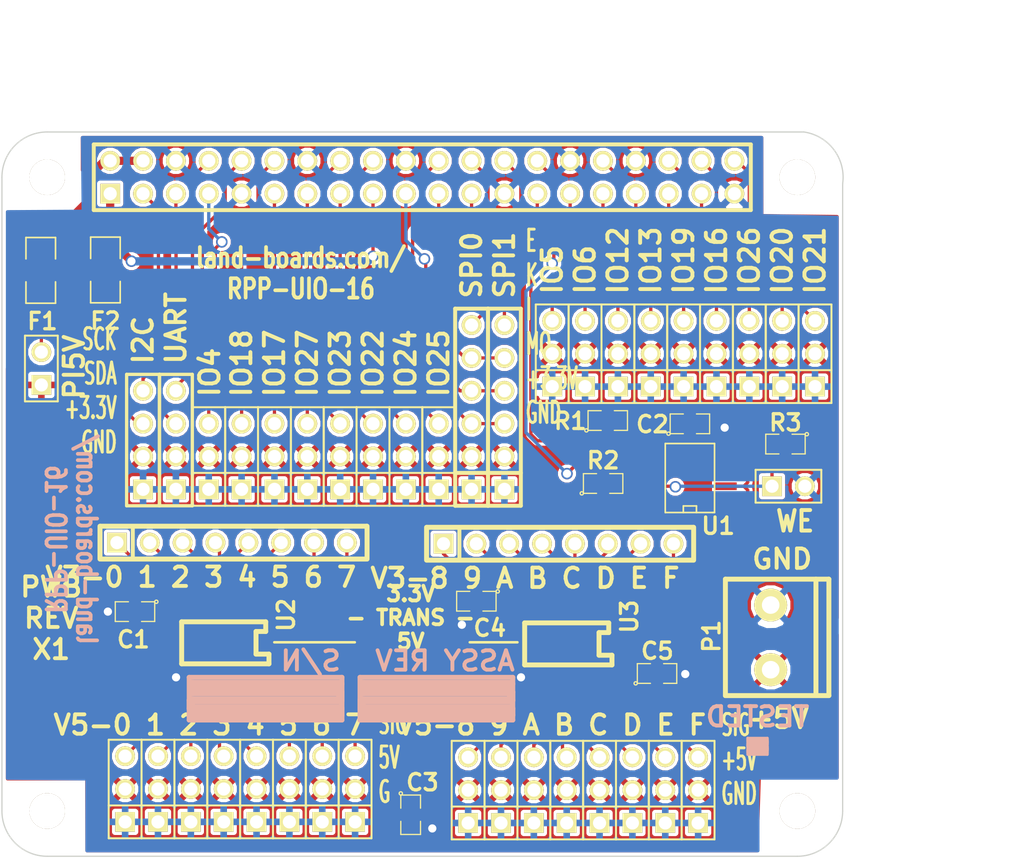
<source format=kicad_pcb>
(kicad_pcb (version 3) (host pcbnew "(2013-07-07 BZR 4022)-stable")
  (title_block (title RasPi-GVS-Plus-CFG) (rev X1) (company land-boards.com))
  (layers (15 F.Cu signal) (0 B.Cu signal) (20 B.SilkS user) (21 F.SilkS user) (22 B.Mask user) (23 F.Mask user) (28 Edge.Cuts user))
  (net 0 "")
  (net 1 /+3.3V)
  (net 2 /+5V)
  (net 3 /IO_12)
  (net 4 /IO_13)
  (net 5 /IO_16)
  (net 6 /IO_17)
  (net 7 /IO_18)
  (net 8 /IO_19)
  (net 9 /IO_20)
  (net 10 /IO_21)
  (net 11 /IO_22)
  (net 12 /IO_23)
  (net 13 /IO_24)
  (net 14 /IO_25)
  (net 15 /IO_26)
  (net 16 /IO_27)
  (net 17 /IO_4)
  (net 18 /IO_5)
  (net 19 /IO_6)
  (net 20 /RXD0)
  (net 21 /SCL)
  (net 22 /SCLK1)
  (net 23 /SDA)
  (net 24 /SDA1)
  (net 25 /SPICE0)
  (net 26 /SPICE1)
  (net 27 /SPIMISO)
  (net 28 /SPIMOSI)
  (net 29 /SPISCK)
  (net 30 /TXD0)
  (net 31 /WR)
  (net 32 GND)
  (net 33 N-000001)
  (net 34 N-0000010)
  (net 35 N-0000011)
  (net 36 N-0000012)
  (net 37 N-0000013)
  (net 38 N-0000015)
  (net 39 N-0000016)
  (net 40 N-0000017)
  (net 41 N-0000018)
  (net 42 N-000002)
  (net 43 N-0000020)
  (net 44 N-0000021)
  (net 45 N-0000022)
  (net 46 N-0000023)
  (net 47 N-0000024)
  (net 48 N-0000025)
  (net 49 N-0000026)
  (net 50 N-0000027)
  (net 51 N-0000028)
  (net 52 N-0000029)
  (net 53 N-000003)
  (net 54 N-0000031)
  (net 55 N-0000033)
  (net 56 N-0000034)
  (net 57 N-0000035)
  (net 58 N-0000036)
  (net 59 N-0000037)
  (net 60 N-0000038)
  (net 61 N-000004)
  (net 62 N-000005)
  (net 63 N-000006)
  (net 64 N-000007)
  (net 65 N-0000070)
  (net 66 N-000008)
  (net 67 N-000009)
  (module PIN_ARRAY_4x1 (layer F.Cu) (at 13.45 23.82 90)
    (fp_text reference J2 hide)
    (fp_text value CONN_4 hide)
    (pad 1 thru_hole rect (at -3.81 0 90) (size 1.524 1.524) (drill 1.016) (layers *.Cu *.Mask F.SilkS) (net 32 GND))
    (pad 2 thru_hole circle (at -1.27 0 90) (size 1.524 1.524) (drill 1.016) (layers *.Cu *.Mask F.SilkS) (net 1 /+3.3V))
    (pad 3 thru_hole circle (at 1.27 0 90) (size 1.524 1.524) (drill 1.016) (layers *.Cu *.Mask F.SilkS) (net 30 /TXD0))
    (pad 4 thru_hole circle (at 3.81 0 90) (size 1.524 1.524) (drill 1.016) (layers *.Cu *.Mask F.SilkS) (net 20 /RXD0))
  )
  (module PIN_ARRAY_3X1 (layer F.Cu) (at 18.53 25.09 90)
    (fp_text reference J3 hide)
    (fp_text value CONN_3 hide)
    (pad 1 thru_hole rect (at -2.54 0 90) (size 1.524 1.524) (drill 1.016) (layers *.Cu *.Mask F.SilkS) (net 32 GND))
    (pad 2 thru_hole circle (at 0 0 90) (size 1.524 1.524) (drill 1.016) (layers *.Cu *.Mask F.SilkS) (net 1 /+3.3V))
    (pad 3 thru_hole circle (at 2.54 0 90) (size 1.524 1.524) (drill 1.016) (layers *.Cu *.Mask F.SilkS) (net 7 /IO_18))
  )
  (module PIN_ARRAY_3X1 (layer F.Cu) (at 23.61 25.09 90)
    (fp_text reference J5 hide)
    (fp_text value CONN_3 hide)
    (pad 1 thru_hole rect (at -2.54 0 90) (size 1.524 1.524) (drill 1.016) (layers *.Cu *.Mask F.SilkS) (net 32 GND))
    (pad 2 thru_hole circle (at 0 0 90) (size 1.524 1.524) (drill 1.016) (layers *.Cu *.Mask F.SilkS) (net 1 /+3.3V))
    (pad 3 thru_hole circle (at 2.54 0 90) (size 1.524 1.524) (drill 1.016) (layers *.Cu *.Mask F.SilkS) (net 16 /IO_27))
  )
  (module PIN_ARRAY_3X1 (layer F.Cu) (at 28.69 25.09 90)
    (fp_text reference J7 hide)
    (fp_text value CONN_3 hide)
    (pad 1 thru_hole rect (at -2.54 0 90) (size 1.524 1.524) (drill 1.016) (layers *.Cu *.Mask F.SilkS) (net 32 GND))
    (pad 2 thru_hole circle (at 0 0 90) (size 1.524 1.524) (drill 1.016) (layers *.Cu *.Mask F.SilkS) (net 1 /+3.3V))
    (pad 3 thru_hole circle (at 2.54 0 90) (size 1.524 1.524) (drill 1.016) (layers *.Cu *.Mask F.SilkS) (net 11 /IO_22))
  )
  (module PIN_ARRAY_3X1 (layer F.Cu) (at 33.77 25.09 90)
    (fp_text reference J9 hide)
    (fp_text value CONN_3 hide)
    (pad 1 thru_hole rect (at -2.54 0 90) (size 1.524 1.524) (drill 1.016) (layers *.Cu *.Mask F.SilkS) (net 32 GND))
    (pad 2 thru_hole circle (at 0 0 90) (size 1.524 1.524) (drill 1.016) (layers *.Cu *.Mask F.SilkS) (net 1 /+3.3V))
    (pad 3 thru_hole circle (at 2.54 0 90) (size 1.524 1.524) (drill 1.016) (layers *.Cu *.Mask F.SilkS) (net 14 /IO_25))
  )
  (module PIN_ARRAY_3X1 (layer F.Cu) (at 26.15 25.09 90)
    (fp_text reference J6 hide)
    (fp_text value CONN_3 hide)
    (pad 1 thru_hole rect (at -2.54 0 90) (size 1.524 1.524) (drill 1.016) (layers *.Cu *.Mask F.SilkS) (net 32 GND))
    (pad 2 thru_hole circle (at 0 0 90) (size 1.524 1.524) (drill 1.016) (layers *.Cu *.Mask F.SilkS) (net 1 /+3.3V))
    (pad 3 thru_hole circle (at 2.54 0 90) (size 1.524 1.524) (drill 1.016) (layers *.Cu *.Mask F.SilkS) (net 12 /IO_23))
  )
  (module PIN_ARRAY_3X1 (layer F.Cu) (at 31.23 25.09 90)
    (fp_text reference J8 hide)
    (fp_text value CONN_3 hide)
    (pad 1 thru_hole rect (at -2.54 0 90) (size 1.524 1.524) (drill 1.016) (layers *.Cu *.Mask F.SilkS) (net 32 GND))
    (pad 2 thru_hole circle (at 0 0 90) (size 1.524 1.524) (drill 1.016) (layers *.Cu *.Mask F.SilkS) (net 1 /+3.3V))
    (pad 3 thru_hole circle (at 2.54 0 90) (size 1.524 1.524) (drill 1.016) (layers *.Cu *.Mask F.SilkS) (net 13 /IO_24))
  )
  (module PIN_ARRAY-6X1 (layer F.Cu) (at 38.85 21.28 90)
    (fp_text reference J11 hide)
    (fp_text value CONN_6 hide)
    (pad 1 thru_hole rect (at -6.35 0 90) (size 1.524 1.524) (drill 1.016) (layers *.Cu *.Mask F.SilkS) (net 32 GND))
    (pad 2 thru_hole circle (at -3.81 0 90) (size 1.524 1.524) (drill 1.016) (layers *.Cu *.Mask F.SilkS) (net 1 /+3.3V))
    (pad 3 thru_hole circle (at -1.27 0 90) (size 1.524 1.524) (drill 1.016) (layers *.Cu *.Mask F.SilkS) (net 28 /SPIMOSI))
    (pad 4 thru_hole circle (at 1.27 0 90) (size 1.524 1.524) (drill 1.016) (layers *.Cu *.Mask F.SilkS) (net 27 /SPIMISO))
    (pad 5 thru_hole circle (at 3.81 0 90) (size 1.524 1.524) (drill 1.016) (layers *.Cu *.Mask F.SilkS) (net 29 /SPISCK))
    (pad 6 thru_hole circle (at 6.35 0 90) (size 1.524 1.524) (drill 1.016) (layers *.Cu *.Mask F.SilkS) (net 26 /SPICE1))
  )
  (module PIN_ARRAY_4x1 (layer F.Cu) (at 10.91 23.82 90)
    (fp_text reference J1 hide)
    (fp_text value CONN_4 hide)
    (pad 1 thru_hole rect (at -3.81 0 90) (size 1.524 1.524) (drill 1.016) (layers *.Cu *.Mask F.SilkS) (net 32 GND))
    (pad 2 thru_hole circle (at -1.27 0 90) (size 1.524 1.524) (drill 1.016) (layers *.Cu *.Mask F.SilkS) (net 1 /+3.3V))
    (pad 3 thru_hole circle (at 1.27 0 90) (size 1.524 1.524) (drill 1.016) (layers *.Cu *.Mask F.SilkS) (net 24 /SDA1))
    (pad 4 thru_hole circle (at 3.81 0 90) (size 1.524 1.524) (drill 1.016) (layers *.Cu *.Mask F.SilkS) (net 22 /SCLK1))
  )
  (module PIN_ARRAY_3X1 (layer F.Cu) (at 21.07 25.09 90)
    (fp_text reference J4 hide)
    (fp_text value CONN_3 hide)
    (pad 1 thru_hole rect (at -2.54 0 90) (size 1.524 1.524) (drill 1.016) (layers *.Cu *.Mask F.SilkS) (net 32 GND))
    (pad 2 thru_hole circle (at 0 0 90) (size 1.524 1.524) (drill 1.016) (layers *.Cu *.Mask F.SilkS) (net 1 /+3.3V))
    (pad 3 thru_hole circle (at 2.54 0 90) (size 1.524 1.524) (drill 1.016) (layers *.Cu *.Mask F.SilkS) (net 6 /IO_17))
  )
  (module PIN_ARRAY-6X1 (layer F.Cu) (at 36.31 21.28 90)
    (fp_text reference J10 hide)
    (fp_text value CONN_6 hide)
    (pad 1 thru_hole rect (at -6.35 0 90) (size 1.524 1.524) (drill 1.016) (layers *.Cu *.Mask F.SilkS) (net 32 GND))
    (pad 2 thru_hole circle (at -3.81 0 90) (size 1.524 1.524) (drill 1.016) (layers *.Cu *.Mask F.SilkS) (net 1 /+3.3V))
    (pad 3 thru_hole circle (at -1.27 0 90) (size 1.524 1.524) (drill 1.016) (layers *.Cu *.Mask F.SilkS) (net 28 /SPIMOSI))
    (pad 4 thru_hole circle (at 1.27 0 90) (size 1.524 1.524) (drill 1.016) (layers *.Cu *.Mask F.SilkS) (net 27 /SPIMISO))
    (pad 5 thru_hole circle (at 3.81 0 90) (size 1.524 1.524) (drill 1.016) (layers *.Cu *.Mask F.SilkS) (net 29 /SPISCK))
    (pad 6 thru_hole circle (at 6.35 0 90) (size 1.524 1.524) (drill 1.016) (layers *.Cu *.Mask F.SilkS) (net 25 /SPICE0))
  )
  (module SM1206 (layer F.Cu) (at 8.001 10.668 270)
    (fp_text reference F2 (at 3.937 0 360) (layer F.SilkS) (effects (font (size 1.27 1.27) (thickness 0.254))))
    (fp_text value FUSE hide)
    (pad 1 smd rect (at -1.651 0 270) (size 1.524 2.032) (layers F.Cu F.Mask) (net 65 N-0000070))
    (pad 2 smd rect (at 1.651 0 270) (size 1.524 2.032) (layers F.Cu F.Mask) (net 1 /+3.3V))
  )
  (module REV_BLOCK (layer B.Cu) (at 20.828 43.942 180)
    (fp_text reference COUP?2 hide)
    (fp_text value COUPON hide)
  )
  (module REV_BLOCK (layer B.Cu) (at 34.036 43.942 180)
    (fp_text reference COUP?1 hide)
    (fp_text value COUPON hide)
  )
  (module PIN_ARRAY_3X1 (layer F.Cu) (at 42.545 17.145 90)
    (fp_text reference J12 hide)
    (fp_text value CONN_3 hide)
    (pad 1 thru_hole rect (at -2.54 0 90) (size 1.524 1.524) (drill 1.016) (layers *.Cu *.Mask F.SilkS) (net 32 GND))
    (pad 2 thru_hole circle (at 0 0 90) (size 1.524 1.524) (drill 1.016) (layers *.Cu *.Mask F.SilkS) (net 1 /+3.3V))
    (pad 3 thru_hole circle (at 2.54 0 90) (size 1.524 1.524) (drill 1.016) (layers *.Cu *.Mask F.SilkS) (net 18 /IO_5))
  )
  (module PIN_ARRAY_3X1 (layer F.Cu) (at 45.085 17.145 90)
    (fp_text reference J13 hide)
    (fp_text value CONN_3 hide)
    (pad 1 thru_hole rect (at -2.54 0 90) (size 1.524 1.524) (drill 1.016) (layers *.Cu *.Mask F.SilkS) (net 32 GND))
    (pad 2 thru_hole circle (at 0 0 90) (size 1.524 1.524) (drill 1.016) (layers *.Cu *.Mask F.SilkS) (net 1 /+3.3V))
    (pad 3 thru_hole circle (at 2.54 0 90) (size 1.524 1.524) (drill 1.016) (layers *.Cu *.Mask F.SilkS) (net 19 /IO_6))
  )
  (module PIN_ARRAY_3X1 (layer F.Cu) (at 50.165 17.145 90)
    (fp_text reference J14 hide)
    (fp_text value CONN_3 hide)
    (pad 1 thru_hole rect (at -2.54 0 90) (size 1.524 1.524) (drill 1.016) (layers *.Cu *.Mask F.SilkS) (net 32 GND))
    (pad 2 thru_hole circle (at 0 0 90) (size 1.524 1.524) (drill 1.016) (layers *.Cu *.Mask F.SilkS) (net 1 /+3.3V))
    (pad 3 thru_hole circle (at 2.54 0 90) (size 1.524 1.524) (drill 1.016) (layers *.Cu *.Mask F.SilkS) (net 4 /IO_13))
  )
  (module PIN_ARRAY_3X1 (layer F.Cu) (at 52.705 17.145 90)
    (fp_text reference J15 hide)
    (fp_text value CONN_3 hide)
    (pad 1 thru_hole rect (at -2.54 0 90) (size 1.524 1.524) (drill 1.016) (layers *.Cu *.Mask F.SilkS) (net 32 GND))
    (pad 2 thru_hole circle (at 0 0 90) (size 1.524 1.524) (drill 1.016) (layers *.Cu *.Mask F.SilkS) (net 1 /+3.3V))
    (pad 3 thru_hole circle (at 2.54 0 90) (size 1.524 1.524) (drill 1.016) (layers *.Cu *.Mask F.SilkS) (net 8 /IO_19))
  )
  (module PIN_ARRAY_3X1 (layer F.Cu) (at 57.785 17.145 90)
    (fp_text reference J16 hide)
    (fp_text value CONN_3 hide)
    (pad 1 thru_hole rect (at -2.54 0 90) (size 1.524 1.524) (drill 1.016) (layers *.Cu *.Mask F.SilkS) (net 32 GND))
    (pad 2 thru_hole circle (at 0 0 90) (size 1.524 1.524) (drill 1.016) (layers *.Cu *.Mask F.SilkS) (net 1 /+3.3V))
    (pad 3 thru_hole circle (at 2.54 0 90) (size 1.524 1.524) (drill 1.016) (layers *.Cu *.Mask F.SilkS) (net 15 /IO_26))
  )
  (module PIN_ARRAY_3X1 (layer F.Cu) (at 47.625 17.145 90)
    (fp_text reference J18 hide)
    (fp_text value CONN_3 hide)
    (pad 1 thru_hole rect (at -2.54 0 90) (size 1.524 1.524) (drill 1.016) (layers *.Cu *.Mask F.SilkS) (net 32 GND))
    (pad 2 thru_hole circle (at 0 0 90) (size 1.524 1.524) (drill 1.016) (layers *.Cu *.Mask F.SilkS) (net 1 /+3.3V))
    (pad 3 thru_hole circle (at 2.54 0 90) (size 1.524 1.524) (drill 1.016) (layers *.Cu *.Mask F.SilkS) (net 3 /IO_12))
  )
  (module PIN_ARRAY_3X1 (layer F.Cu) (at 55.245 17.145 90)
    (fp_text reference J19 hide)
    (fp_text value CONN_3 hide)
    (pad 1 thru_hole rect (at -2.54 0 90) (size 1.524 1.524) (drill 1.016) (layers *.Cu *.Mask F.SilkS) (net 32 GND))
    (pad 2 thru_hole circle (at 0 0 90) (size 1.524 1.524) (drill 1.016) (layers *.Cu *.Mask F.SilkS) (net 1 /+3.3V))
    (pad 3 thru_hole circle (at 2.54 0 90) (size 1.524 1.524) (drill 1.016) (layers *.Cu *.Mask F.SilkS) (net 5 /IO_16))
  )
  (module PIN_ARRAY_3X1 (layer F.Cu) (at 60.325 17.145 90)
    (fp_text reference J20 hide)
    (fp_text value CONN_3 hide)
    (pad 1 thru_hole rect (at -2.54 0 90) (size 1.524 1.524) (drill 1.016) (layers *.Cu *.Mask F.SilkS) (net 32 GND))
    (pad 2 thru_hole circle (at 0 0 90) (size 1.524 1.524) (drill 1.016) (layers *.Cu *.Mask F.SilkS) (net 1 /+3.3V))
    (pad 3 thru_hole circle (at 2.54 0 90) (size 1.524 1.524) (drill 1.016) (layers *.Cu *.Mask F.SilkS) (net 9 /IO_20))
  )
  (module PIN_ARRAY_3X1 (layer F.Cu) (at 62.865 17.145 90)
    (fp_text reference J17 hide)
    (fp_text value CONN_3 hide)
    (pad 1 thru_hole rect (at -2.54 0 90) (size 1.524 1.524) (drill 1.016) (layers *.Cu *.Mask F.SilkS) (net 32 GND))
    (pad 2 thru_hole circle (at 0 0 90) (size 1.524 1.524) (drill 1.016) (layers *.Cu *.Mask F.SilkS) (net 1 /+3.3V))
    (pad 3 thru_hole circle (at 2.54 0 90) (size 1.524 1.524) (drill 1.016) (layers *.Cu *.Mask F.SilkS) (net 10 /IO_21))
  )
  (module PIN_ARRAY_20X2 (layer F.Cu) (at 32.5 3.5)
    (fp_text reference J24 hide)
    (fp_text value RASPIOPLUS hide)
    (pad 1 thru_hole rect (at -24.13 1.27) (size 1.524 1.524) (drill 1.016) (layers *.Cu *.Mask F.SilkS) (net 65 N-0000070))
    (pad 2 thru_hole circle (at -24.13 -1.27) (size 1.524 1.524) (drill 1.016) (layers *.Cu *.Mask F.SilkS) (net 33 N-000001))
    (pad 11 thru_hole circle (at -11.43 1.27) (size 1.524 1.524) (drill 1.016) (layers *.Cu *.Mask F.SilkS) (net 6 /IO_17))
    (pad 4 thru_hole circle (at -21.59 -1.27) (size 1.524 1.524) (drill 1.016) (layers *.Cu *.Mask F.SilkS) (net 33 N-000001))
    (pad 13 thru_hole circle (at -8.89 1.27) (size 1.524 1.524) (drill 1.016) (layers *.Cu *.Mask F.SilkS) (net 16 /IO_27))
    (pad 6 thru_hole circle (at -19.05 -1.27) (size 1.524 1.524) (drill 1.016) (layers *.Cu *.Mask F.SilkS) (net 32 GND))
    (pad 15 thru_hole circle (at -6.35 1.27) (size 1.524 1.524) (drill 1.016) (layers *.Cu *.Mask F.SilkS) (net 11 /IO_22))
    (pad 8 thru_hole circle (at -16.51 -1.27) (size 1.524 1.524) (drill 1.016) (layers *.Cu *.Mask F.SilkS) (net 30 /TXD0))
    (pad 17 thru_hole circle (at -3.81 1.27) (size 1.524 1.524) (drill 1.016) (layers *.Cu *.Mask F.SilkS) (net 65 N-0000070))
    (pad 10 thru_hole circle (at -13.97 -1.27) (size 1.524 1.524) (drill 1.016) (layers *.Cu *.Mask F.SilkS) (net 20 /RXD0))
    (pad 19 thru_hole circle (at -1.27 1.27) (size 1.524 1.524) (drill 1.016) (layers *.Cu *.Mask F.SilkS) (net 28 /SPIMOSI))
    (pad 12 thru_hole circle (at -11.43 -1.27) (size 1.524 1.524) (drill 1.016) (layers *.Cu *.Mask F.SilkS) (net 7 /IO_18))
    (pad 21 thru_hole circle (at 1.27 1.27) (size 1.524 1.524) (drill 1.016) (layers *.Cu *.Mask F.SilkS) (net 27 /SPIMISO))
    (pad 14 thru_hole circle (at -8.89 -1.27) (size 1.524 1.524) (drill 1.016) (layers *.Cu *.Mask F.SilkS) (net 32 GND))
    (pad 23 thru_hole circle (at 3.81 1.27) (size 1.524 1.524) (drill 1.016) (layers *.Cu *.Mask F.SilkS) (net 29 /SPISCK))
    (pad 16 thru_hole circle (at -6.35 -1.27) (size 1.524 1.524) (drill 1.016) (layers *.Cu *.Mask F.SilkS) (net 12 /IO_23))
    (pad 25 thru_hole circle (at 6.35 1.27) (size 1.524 1.524) (drill 1.016) (layers *.Cu *.Mask F.SilkS) (net 32 GND))
    (pad 18 thru_hole circle (at -3.81 -1.27) (size 1.524 1.524) (drill 1.016) (layers *.Cu *.Mask F.SilkS) (net 13 /IO_24))
    (pad 27 thru_hole circle (at 8.89 1.27) (size 1.524 1.524) (drill 1.016) (layers *.Cu *.Mask F.SilkS) (net 23 /SDA))
    (pad 20 thru_hole circle (at -1.27 -1.27) (size 1.524 1.524) (drill 1.016) (layers *.Cu *.Mask F.SilkS) (net 32 GND))
    (pad 29 thru_hole circle (at 11.43 1.27) (size 1.524 1.524) (drill 1.016) (layers *.Cu *.Mask F.SilkS) (net 18 /IO_5))
    (pad 22 thru_hole circle (at 1.27 -1.27) (size 1.524 1.524) (drill 1.016) (layers *.Cu *.Mask F.SilkS) (net 14 /IO_25))
    (pad 31 thru_hole circle (at 13.97 1.27) (size 1.524 1.524) (drill 1.016) (layers *.Cu *.Mask F.SilkS) (net 19 /IO_6))
    (pad 24 thru_hole circle (at 3.81 -1.27) (size 1.524 1.524) (drill 1.016) (layers *.Cu *.Mask F.SilkS) (net 25 /SPICE0))
    (pad 26 thru_hole circle (at 6.35 -1.27) (size 1.524 1.524) (drill 1.016) (layers *.Cu *.Mask F.SilkS) (net 26 /SPICE1))
    (pad 33 thru_hole circle (at 16.51 1.27) (size 1.524 1.524) (drill 1.016) (layers *.Cu *.Mask F.SilkS) (net 4 /IO_13))
    (pad 28 thru_hole circle (at 8.89 -1.27) (size 1.524 1.524) (drill 1.016) (layers *.Cu *.Mask F.SilkS) (net 21 /SCL))
    (pad 32 thru_hole circle (at 13.97 -1.27) (size 1.524 1.524) (drill 1.016) (layers *.Cu *.Mask F.SilkS) (net 3 /IO_12))
    (pad 34 thru_hole circle (at 16.51 -1.27) (size 1.524 1.524) (drill 1.016) (layers *.Cu *.Mask F.SilkS) (net 32 GND))
    (pad 36 thru_hole circle (at 19.05 -1.27) (size 1.524 1.524) (drill 1.016) (layers *.Cu *.Mask F.SilkS) (net 5 /IO_16))
    (pad 38 thru_hole circle (at 21.59 -1.27) (size 1.524 1.524) (drill 1.016) (layers *.Cu *.Mask F.SilkS) (net 9 /IO_20))
    (pad 35 thru_hole circle (at 19.05 1.27) (size 1.524 1.524) (drill 1.016) (layers *.Cu *.Mask F.SilkS) (net 8 /IO_19))
    (pad 37 thru_hole circle (at 21.59 1.27) (size 1.524 1.524) (drill 1.016) (layers *.Cu *.Mask F.SilkS) (net 15 /IO_26))
    (pad 3 thru_hole circle (at -21.59 1.27) (size 1.524 1.524) (drill 1.016) (layers *.Cu *.Mask F.SilkS) (net 24 /SDA1))
    (pad 5 thru_hole circle (at -19.05 1.27) (size 1.524 1.524) (drill 1.016) (layers *.Cu *.Mask F.SilkS) (net 22 /SCLK1))
    (pad 7 thru_hole circle (at -16.51 1.27) (size 1.524 1.524) (drill 1.016) (layers *.Cu *.Mask F.SilkS) (net 17 /IO_4))
    (pad 9 thru_hole circle (at -13.97 1.27) (size 1.524 1.524) (drill 1.016) (layers *.Cu *.Mask F.SilkS) (net 32 GND))
    (pad 39 thru_hole circle (at 24.13 1.27) (size 1.524 1.524) (drill 1.016) (layers *.Cu *.Mask F.SilkS) (net 32 GND))
    (pad 40 thru_hole circle (at 24.13 -1.27) (size 1.524 1.524) (drill 1.016) (layers *.Cu *.Mask F.SilkS) (net 10 /IO_21))
    (pad 30 thru_hole circle (at 11.43 -1.27) (size 1.524 1.524) (drill 1.016) (layers *.Cu *.Mask F.SilkS) (net 32 GND))
  )
  (module PIN_ARRAY_3X1 (layer F.Cu) (at 15.99 25.09 90)
    (fp_text reference J21 hide)
    (fp_text value CONN_3 hide)
    (pad 1 thru_hole rect (at -2.54 0 90) (size 1.524 1.524) (drill 1.016) (layers *.Cu *.Mask F.SilkS) (net 32 GND))
    (pad 2 thru_hole circle (at 0 0 90) (size 1.524 1.524) (drill 1.016) (layers *.Cu *.Mask F.SilkS) (net 1 /+3.3V))
    (pad 3 thru_hole circle (at 2.54 0 90) (size 1.524 1.524) (drill 1.016) (layers *.Cu *.Mask F.SilkS) (net 17 /IO_4))
  )
  (module PIN_ARRAY-8X1 (layer F.Cu) (at 17.78 31.75)
    (fp_text reference J23 hide)
    (fp_text value CONN_8 hide)
    (pad 6 thru_hole circle (at 3.81 0) (size 1.524 1.524) (drill 1.016) (layers *.Cu *.Mask F.SilkS) (net 61 N-000004))
    (pad 5 thru_hole circle (at 1.27 0) (size 1.524 1.524) (drill 1.016) (layers *.Cu *.Mask F.SilkS) (net 62 N-000005))
    (pad 1 thru_hole rect (at -8.89 0) (size 1.524 1.524) (drill 1.016) (layers *.Cu *.Mask F.SilkS) (net 67 N-000009))
    (pad 2 thru_hole circle (at -6.35 0) (size 1.524 1.524) (drill 1.016) (layers *.Cu *.Mask F.SilkS) (net 66 N-000008))
    (pad 3 thru_hole circle (at -3.81 0) (size 1.524 1.524) (drill 1.016) (layers *.Cu *.Mask F.SilkS) (net 64 N-000007))
    (pad 4 thru_hole circle (at -1.27 0) (size 1.524 1.524) (drill 1.016) (layers *.Cu *.Mask F.SilkS) (net 63 N-000006))
    (pad 7 thru_hole circle (at 6.35 0) (size 1.524 1.524) (drill 1.016) (layers *.Cu *.Mask F.SilkS) (net 53 N-000003))
    (pad 8 thru_hole circle (at 8.89 0) (size 1.524 1.524) (drill 1.016) (layers *.Cu *.Mask F.SilkS) (net 42 N-000002))
  )
  (module MTG-2.75MM (layer F.Cu) (at 61.5 52.5)
    (fp_text reference MTG4 hide)
    (fp_text value CONN_1 hide)
    (pad 1 thru_hole circle (at 0 0) (size 2.75 2.75) (drill 2.75) (layers *.Cu *.Mask F.SilkS))
  )
  (module MTG-2.75MM (layer F.Cu) (at 3.5 52.5)
    (fp_text reference MTG3 hide)
    (fp_text value CONN_1 hide)
    (pad 1 thru_hole circle (at 0 0) (size 2.75 2.75) (drill 2.75) (layers *.Cu *.Mask F.SilkS))
  )
  (module MTG-2.75MM (layer F.Cu) (at 61.5 3.5)
    (fp_text reference MTG2 hide)
    (fp_text value CONN_1 hide)
    (pad 1 thru_hole circle (at 0 0) (size 2.75 2.75) (drill 2.75) (layers *.Cu *.Mask F.SilkS))
  )
  (module MTG-2.75MM (layer F.Cu) (at 3.5 3.5)
    (fp_text reference MTG1 hide)
    (fp_text value CONN_1 hide)
    (pad 1 thru_hole circle (at 0 0) (size 2.75 2.75) (drill 2.75) (layers *.Cu *.Mask F.SilkS))
  )
  (module PIN_ARRAY_3X1 (layer F.Cu) (at 27.305 50.8 90)
    (fp_text reference J25 hide)
    (fp_text value CONN_3 hide)
    (pad 1 thru_hole rect (at -2.54 0 90) (size 1.524 1.524) (drill 1.016) (layers *.Cu *.Mask F.SilkS) (net 32 GND))
    (pad 2 thru_hole circle (at 0 0 90) (size 1.524 1.524) (drill 1.016) (layers *.Cu *.Mask F.SilkS) (net 2 /+5V))
    (pad 3 thru_hole circle (at 2.54 0 90) (size 1.524 1.524) (drill 1.016) (layers *.Cu *.Mask F.SilkS) (net 34 N-0000010))
  )
  (module PIN_ARRAY_3X1 (layer F.Cu) (at 24.765 50.8 90)
    (fp_text reference J26 hide)
    (fp_text value CONN_3 hide)
    (pad 1 thru_hole rect (at -2.54 0 90) (size 1.524 1.524) (drill 1.016) (layers *.Cu *.Mask F.SilkS) (net 32 GND))
    (pad 2 thru_hole circle (at 0 0 90) (size 1.524 1.524) (drill 1.016) (layers *.Cu *.Mask F.SilkS) (net 2 /+5V))
    (pad 3 thru_hole circle (at 2.54 0 90) (size 1.524 1.524) (drill 1.016) (layers *.Cu *.Mask F.SilkS) (net 37 N-0000013))
  )
  (module PIN_ARRAY_3X1 (layer F.Cu) (at 22.225 50.8 90)
    (fp_text reference J27 hide)
    (fp_text value CONN_3 hide)
    (pad 1 thru_hole rect (at -2.54 0 90) (size 1.524 1.524) (drill 1.016) (layers *.Cu *.Mask F.SilkS) (net 32 GND))
    (pad 2 thru_hole circle (at 0 0 90) (size 1.524 1.524) (drill 1.016) (layers *.Cu *.Mask F.SilkS) (net 2 /+5V))
    (pad 3 thru_hole circle (at 2.54 0 90) (size 1.524 1.524) (drill 1.016) (layers *.Cu *.Mask F.SilkS) (net 36 N-0000012))
  )
  (module PIN_ARRAY_3X1 (layer F.Cu) (at 19.685 50.8 90)
    (fp_text reference J28 hide)
    (fp_text value CONN_3 hide)
    (pad 1 thru_hole rect (at -2.54 0 90) (size 1.524 1.524) (drill 1.016) (layers *.Cu *.Mask F.SilkS) (net 32 GND))
    (pad 2 thru_hole circle (at 0 0 90) (size 1.524 1.524) (drill 1.016) (layers *.Cu *.Mask F.SilkS) (net 2 /+5V))
    (pad 3 thru_hole circle (at 2.54 0 90) (size 1.524 1.524) (drill 1.016) (layers *.Cu *.Mask F.SilkS) (net 35 N-0000011))
  )
  (module PIN_ARRAY_3X1 (layer F.Cu) (at 17.145 50.8 90)
    (fp_text reference J29 hide)
    (fp_text value CONN_3 hide)
    (pad 1 thru_hole rect (at -2.54 0 90) (size 1.524 1.524) (drill 1.016) (layers *.Cu *.Mask F.SilkS) (net 32 GND))
    (pad 2 thru_hole circle (at 0 0 90) (size 1.524 1.524) (drill 1.016) (layers *.Cu *.Mask F.SilkS) (net 2 /+5V))
    (pad 3 thru_hole circle (at 2.54 0 90) (size 1.524 1.524) (drill 1.016) (layers *.Cu *.Mask F.SilkS) (net 41 N-0000018))
  )
  (module PIN_ARRAY_3X1 (layer F.Cu) (at 14.605 50.8 90)
    (fp_text reference J30 hide)
    (fp_text value CONN_3 hide)
    (pad 1 thru_hole rect (at -2.54 0 90) (size 1.524 1.524) (drill 1.016) (layers *.Cu *.Mask F.SilkS) (net 32 GND))
    (pad 2 thru_hole circle (at 0 0 90) (size 1.524 1.524) (drill 1.016) (layers *.Cu *.Mask F.SilkS) (net 2 /+5V))
    (pad 3 thru_hole circle (at 2.54 0 90) (size 1.524 1.524) (drill 1.016) (layers *.Cu *.Mask F.SilkS) (net 40 N-0000017))
  )
  (module PIN_ARRAY_3X1 (layer F.Cu) (at 12.065 50.8 90)
    (fp_text reference J31 hide)
    (fp_text value CONN_3 hide)
    (pad 1 thru_hole rect (at -2.54 0 90) (size 1.524 1.524) (drill 1.016) (layers *.Cu *.Mask F.SilkS) (net 32 GND))
    (pad 2 thru_hole circle (at 0 0 90) (size 1.524 1.524) (drill 1.016) (layers *.Cu *.Mask F.SilkS) (net 2 /+5V))
    (pad 3 thru_hole circle (at 2.54 0 90) (size 1.524 1.524) (drill 1.016) (layers *.Cu *.Mask F.SilkS) (net 39 N-0000016))
  )
  (module PIN_ARRAY_3X1 (layer F.Cu) (at 9.525 50.8 90)
    (fp_text reference J32 hide)
    (fp_text value CONN_3 hide)
    (pad 1 thru_hole rect (at -2.54 0 90) (size 1.524 1.524) (drill 1.016) (layers *.Cu *.Mask F.SilkS) (net 32 GND))
    (pad 2 thru_hole circle (at 0 0 90) (size 1.524 1.524) (drill 1.016) (layers *.Cu *.Mask F.SilkS) (net 2 /+5V))
    (pad 3 thru_hole circle (at 2.54 0 90) (size 1.524 1.524) (drill 1.016) (layers *.Cu *.Mask F.SilkS) (net 38 N-0000015))
  )
  (module SOG20 (layer F.Cu) (at 17.145 39.37 180)
    (fp_text reference U2 (at -4.826 2.032 270) (layer F.SilkS) (effects (font (size 1.27 1.27) (thickness 0.254))))
    (fp_text value TXB0108 hide)
    (pad 11 smd rect (at 2.95 -2.8 180) (size 0.25 1.55) (layers F.Cu F.Mask) (net 32 GND))
    (pad 12 smd rect (at 2.275 -2.8 180) (size 0.25 1.55) (layers F.Cu F.Mask) (net 38 N-0000015))
    (pad 13 smd rect (at 1.625 -2.8 180) (size 0.25 1.55) (layers F.Cu F.Mask) (net 39 N-0000016))
    (pad 14 smd rect (at 0.975 -2.8 180) (size 0.25 1.55) (layers F.Cu F.Mask) (net 40 N-0000017))
    (pad 15 smd rect (at 0.325 -2.8 180) (size 0.25 1.55) (layers F.Cu F.Mask) (net 41 N-0000018))
    (pad 16 smd rect (at -0.325 -2.8 180) (size 0.25 1.55) (layers F.Cu F.Mask) (net 35 N-0000011))
    (pad 17 smd rect (at -0.975 -2.8 180) (size 0.25 1.55) (layers F.Cu F.Mask) (net 36 N-0000012))
    (pad 18 smd rect (at -1.625 -2.8 180) (size 0.25 1.55) (layers F.Cu F.Mask) (net 37 N-0000013))
    (pad 19 smd rect (at -2.275 -2.8 180) (size 0.25 1.55) (layers F.Cu F.Mask) (net 2 /+5V))
    (pad 20 smd rect (at -2.925 -2.8 180) (size 0.25 1.55) (layers F.Cu F.Mask) (net 34 N-0000010))
    (pad 1 smd rect (at -2.925 2.8 180) (size 0.25 1.55) (layers F.Cu F.Mask) (net 42 N-000002))
    (pad 2 smd rect (at -2.275 2.8 180) (size 0.25 1.55) (layers F.Cu F.Mask) (net 1 /+3.3V))
    (pad 3 smd rect (at -1.625 2.8 180) (size 0.25 1.55) (layers F.Cu F.Mask) (net 53 N-000003))
    (pad 4 smd rect (at -0.975 2.8 180) (size 0.25 1.55) (layers F.Cu F.Mask) (net 61 N-000004))
    (pad 5 smd rect (at -0.325 2.8 180) (size 0.25 1.55) (layers F.Cu F.Mask) (net 62 N-000005))
    (pad 6 smd rect (at 0.325 2.8 180) (size 0.25 1.55) (layers F.Cu F.Mask) (net 63 N-000006))
    (pad 7 smd rect (at 0.975 2.8 180) (size 0.25 1.55) (layers F.Cu F.Mask) (net 64 N-000007))
    (pad 8 smd rect (at 1.625 2.8 180) (size 0.25 1.55) (layers F.Cu F.Mask) (net 66 N-000008))
    (pad 9 smd rect (at 2.275 2.8 180) (size 0.25 1.55) (layers F.Cu F.Mask) (net 67 N-000009))
    (pad 10 smd rect (at 2.925 2.8 180) (size 0.25 1.55) (layers F.Cu F.Mask) (net 1 /+3.3V))
  )
  (module SM1206 (layer F.Cu) (at 3 10.7 270)
    (fp_text reference F1 (at 3.937 -0.127 360) (layer F.SilkS) (effects (font (size 1.27 1.27) (thickness 0.254))))
    (fp_text value FUSE hide)
    (pad 1 smd rect (at -1.651 0 270) (size 1.524 2.032) (layers F.Cu F.Mask) (net 33 N-000001))
    (pad 2 smd rect (at 1.651 0 270) (size 1.524 2.032) (layers F.Cu F.Mask) (net 54 N-0000031))
  )
  (module SM0805 (layer F.Cu) (at 10.287 37.084 180)
    (fp_text reference C1 (at 0.127 -2.159 180) (layer F.SilkS) (effects (font (size 1.27 1.27) (thickness 0.254))))
    (fp_text value 0.1uF hide)
    (pad 1 smd rect (at -0.9525 0 180) (size 0.889 1.397) (layers F.Cu F.Mask) (net 1 /+3.3V))
    (pad 2 smd rect (at 0.9525 0 180) (size 0.889 1.397) (layers F.Cu F.Mask) (net 32 GND))
  )
  (module SM0805 (layer F.Cu) (at 31.6 52.79 270)
    (fp_text reference C3 (at -2.498 -0.912 360) (layer F.SilkS) (effects (font (size 1.27 1.27) (thickness 0.254))))
    (fp_text value 0.1uF hide)
    (pad 1 smd rect (at -0.9525 0 270) (size 0.889 1.397) (layers F.Cu F.Mask) (net 2 /+5V))
    (pad 2 smd rect (at 0.9525 0 270) (size 0.889 1.397) (layers F.Cu F.Mask) (net 32 GND))
  )
  (module SM0805 (layer F.Cu) (at 53.19 22.564)
    (fp_text reference C2 (at -2.898 0.042) (layer F.SilkS) (effects (font (size 1.27 1.27) (thickness 0.254))))
    (fp_text value 0.1uF hide)
    (pad 1 smd rect (at -0.9525 0) (size 0.889 1.397) (layers F.Cu F.Mask) (net 1 /+3.3V))
    (pad 2 smd rect (at 0.9525 0) (size 0.889 1.397) (layers F.Cu F.Mask) (net 32 GND))
  )
  (module SO8E-wider (layer F.Cu) (at 53.19 26.755 90)
    (fp_text reference U1 (at -3.7084 2.1844 180) (layer F.SilkS) (effects (font (size 1.27 1.27) (thickness 0.254))))
    (fp_text value 24C512 hide)
    (pad 8 smd rect (at -1.905 -2.794 90) (size 0.59944 1.651) (layers F.Cu F.Mask) (net 1 /+3.3V))
    (pad 1 smd rect (at -1.905 2.794 90) (size 0.59944 1.651) (layers F.Cu F.Mask) (net 32 GND))
    (pad 7 smd rect (at -0.635 -2.794 90) (size 0.59944 1.651) (layers F.Cu F.Mask) (net 31 /WR))
    (pad 6 smd rect (at 0.635 -2.794 90) (size 0.59944 1.651) (layers F.Cu F.Mask) (net 21 /SCL))
    (pad 5 smd rect (at 1.905 -2.794 90) (size 0.59944 1.651) (layers F.Cu F.Mask) (net 23 /SDA))
    (pad 2 smd rect (at -0.635 2.794 90) (size 0.59944 1.651) (layers F.Cu F.Mask) (net 32 GND))
    (pad 3 smd rect (at 0.635 2.794 90) (size 0.59944 1.651) (layers F.Cu F.Mask) (net 32 GND))
    (pad 4 smd rect (at 1.905 2.794 90) (size 0.59944 1.651) (layers F.Cu F.Mask) (net 32 GND))
  )
  (module FIDUCIAL (layer F.Cu) (at 64.135 46.863)
    (fp_text reference FID1 hide)
    (fp_text value CONN_1 hide)
    (pad 1 smd circle (at -1.778 1.016) (size 1 1) (layers F.Cu F.Mask) (clearance 1))
  )
  (module FIDUCIAL (layer F.Cu) (at 2.667 22.987)
    (fp_text reference FID2 hide)
    (fp_text value CONN_1 hide)
    (pad 1 smd circle (at 0 0) (size 1 1) (layers F.Cu F.Mask) (clearance 1))
  )
  (module SM0805 (layer F.Cu) (at 46.482 27.178)
    (fp_text reference R2 (at 0 -1.778) (layer F.SilkS) (effects (font (size 1.27 1.27) (thickness 0.254))))
    (fp_text value 3.9K hide)
    (pad 1 smd rect (at -0.9525 0) (size 0.889 1.397) (layers F.Cu F.Mask) (net 1 /+3.3V))
    (pad 2 smd rect (at 0.9525 0) (size 0.889 1.397) (layers F.Cu F.Mask) (net 21 /SCL))
  )
  (module SM0805 (layer F.Cu) (at 46.84 22.31)
    (fp_text reference R1 (at -2.898 0.042) (layer F.SilkS) (effects (font (size 1.27 1.27) (thickness 0.254))))
    (fp_text value 3.9K hide)
    (pad 1 smd rect (at -0.9525 0) (size 0.889 1.397) (layers F.Cu F.Mask) (net 1 /+3.3V))
    (pad 2 smd rect (at 0.9525 0) (size 0.889 1.397) (layers F.Cu F.Mask) (net 23 /SDA))
  )
  (module PIN_ARRAY_2X1 (layer F.Cu) (at 60.81 27.39)
    (fp_text reference J22 hide)
    (fp_text value CONN_2 hide)
    (pad 1 thru_hole rect (at -1.27 0) (size 1.524 1.524) (drill 1.016) (layers *.Cu *.Mask F.SilkS) (net 31 /WR))
    (pad 2 thru_hole circle (at 1.27 0) (size 1.524 1.524) (drill 1.016) (layers *.Cu *.Mask F.SilkS) (net 32 GND))
  )
  (module SOG20 (layer F.Cu) (at 43.665 39.455 180)
    (fp_text reference U3 (at -4.849 1.99 270) (layer F.SilkS) (effects (font (size 1.27 1.27) (thickness 0.254))))
    (fp_text value TXB0108 hide)
    (pad 11 smd rect (at 2.95 -2.8 180) (size 0.25 1.55) (layers F.Cu F.Mask) (net 32 GND))
    (pad 12 smd rect (at 2.275 -2.8 180) (size 0.25 1.55) (layers F.Cu F.Mask) (net 55 N-0000033))
    (pad 13 smd rect (at 1.625 -2.8 180) (size 0.25 1.55) (layers F.Cu F.Mask) (net 56 N-0000034))
    (pad 14 smd rect (at 0.975 -2.8 180) (size 0.25 1.55) (layers F.Cu F.Mask) (net 57 N-0000035))
    (pad 15 smd rect (at 0.325 -2.8 180) (size 0.25 1.55) (layers F.Cu F.Mask) (net 58 N-0000036))
    (pad 16 smd rect (at -0.325 -2.8 180) (size 0.25 1.55) (layers F.Cu F.Mask) (net 59 N-0000037))
    (pad 17 smd rect (at -0.975 -2.8 180) (size 0.25 1.55) (layers F.Cu F.Mask) (net 60 N-0000038))
    (pad 18 smd rect (at -1.625 -2.8 180) (size 0.25 1.55) (layers F.Cu F.Mask) (net 51 N-0000028))
    (pad 19 smd rect (at -2.275 -2.8 180) (size 0.25 1.55) (layers F.Cu F.Mask) (net 2 /+5V))
    (pad 20 smd rect (at -2.925 -2.8 180) (size 0.25 1.55) (layers F.Cu F.Mask) (net 52 N-0000029))
    (pad 1 smd rect (at -2.925 2.8 180) (size 0.25 1.55) (layers F.Cu F.Mask) (net 44 N-0000021))
    (pad 2 smd rect (at -2.275 2.8 180) (size 0.25 1.55) (layers F.Cu F.Mask) (net 1 /+3.3V))
    (pad 3 smd rect (at -1.625 2.8 180) (size 0.25 1.55) (layers F.Cu F.Mask) (net 45 N-0000022))
    (pad 4 smd rect (at -0.975 2.8 180) (size 0.25 1.55) (layers F.Cu F.Mask) (net 46 N-0000023))
    (pad 5 smd rect (at -0.325 2.8 180) (size 0.25 1.55) (layers F.Cu F.Mask) (net 47 N-0000024))
    (pad 6 smd rect (at 0.325 2.8 180) (size 0.25 1.55) (layers F.Cu F.Mask) (net 48 N-0000025))
    (pad 7 smd rect (at 0.975 2.8 180) (size 0.25 1.55) (layers F.Cu F.Mask) (net 49 N-0000026))
    (pad 8 smd rect (at 1.625 2.8 180) (size 0.25 1.55) (layers F.Cu F.Mask) (net 50 N-0000027))
    (pad 9 smd rect (at 2.275 2.8 180) (size 0.25 1.55) (layers F.Cu F.Mask) (net 43 N-0000020))
    (pad 10 smd rect (at 2.925 2.8 180) (size 0.25 1.55) (layers F.Cu F.Mask) (net 1 /+3.3V))
  )
  (module SM0805 (layer F.Cu) (at 36.68 36.28 180)
    (fp_text reference C4 (at -1.039 -2.074 180) (layer F.SilkS) (effects (font (size 1.27 1.27) (thickness 0.254))))
    (fp_text value 0.1uF hide)
    (pad 1 smd rect (at -0.9525 0 180) (size 0.889 1.397) (layers F.Cu F.Mask) (net 1 /+3.3V))
    (pad 2 smd rect (at 0.9525 0 180) (size 0.889 1.397) (layers F.Cu F.Mask) (net 32 GND))
  )
  (module SM0805 (layer F.Cu) (at 50.65 41.868)
    (fp_text reference C5 (at 0.023 -1.736) (layer F.SilkS) (effects (font (size 1.27 1.27) (thickness 0.254))))
    (fp_text value 0.1uF hide)
    (pad 1 smd rect (at -0.9525 0) (size 0.889 1.397) (layers F.Cu F.Mask) (net 2 /+5V))
    (pad 2 smd rect (at 0.9525 0) (size 0.889 1.397) (layers F.Cu F.Mask) (net 32 GND))
  )
  (module PIN_ARRAY_3X1 (layer F.Cu) (at 53.825 50.885 90)
    (fp_text reference J34 hide)
    (fp_text value CONN_3 hide)
    (pad 1 thru_hole rect (at -2.54 0 90) (size 1.524 1.524) (drill 1.016) (layers *.Cu *.Mask F.SilkS) (net 32 GND))
    (pad 2 thru_hole circle (at 0 0 90) (size 1.524 1.524) (drill 1.016) (layers *.Cu *.Mask F.SilkS) (net 2 /+5V))
    (pad 3 thru_hole circle (at 2.54 0 90) (size 1.524 1.524) (drill 1.016) (layers *.Cu *.Mask F.SilkS) (net 52 N-0000029))
  )
  (module PIN_ARRAY_3X1 (layer F.Cu) (at 51.285 50.885 90)
    (fp_text reference J35 hide)
    (fp_text value CONN_3 hide)
    (pad 1 thru_hole rect (at -2.54 0 90) (size 1.524 1.524) (drill 1.016) (layers *.Cu *.Mask F.SilkS) (net 32 GND))
    (pad 2 thru_hole circle (at 0 0 90) (size 1.524 1.524) (drill 1.016) (layers *.Cu *.Mask F.SilkS) (net 2 /+5V))
    (pad 3 thru_hole circle (at 2.54 0 90) (size 1.524 1.524) (drill 1.016) (layers *.Cu *.Mask F.SilkS) (net 51 N-0000028))
  )
  (module PIN_ARRAY_3X1 (layer F.Cu) (at 48.745 50.885 90)
    (fp_text reference J36 hide)
    (fp_text value CONN_3 hide)
    (pad 1 thru_hole rect (at -2.54 0 90) (size 1.524 1.524) (drill 1.016) (layers *.Cu *.Mask F.SilkS) (net 32 GND))
    (pad 2 thru_hole circle (at 0 0 90) (size 1.524 1.524) (drill 1.016) (layers *.Cu *.Mask F.SilkS) (net 2 /+5V))
    (pad 3 thru_hole circle (at 2.54 0 90) (size 1.524 1.524) (drill 1.016) (layers *.Cu *.Mask F.SilkS) (net 60 N-0000038))
  )
  (module PIN_ARRAY_3X1 (layer F.Cu) (at 46.205 50.885 90)
    (fp_text reference J37 hide)
    (fp_text value CONN_3 hide)
    (pad 1 thru_hole rect (at -2.54 0 90) (size 1.524 1.524) (drill 1.016) (layers *.Cu *.Mask F.SilkS) (net 32 GND))
    (pad 2 thru_hole circle (at 0 0 90) (size 1.524 1.524) (drill 1.016) (layers *.Cu *.Mask F.SilkS) (net 2 /+5V))
    (pad 3 thru_hole circle (at 2.54 0 90) (size 1.524 1.524) (drill 1.016) (layers *.Cu *.Mask F.SilkS) (net 59 N-0000037))
  )
  (module PIN_ARRAY_3X1 (layer F.Cu) (at 43.665 50.885 90)
    (fp_text reference J38 hide)
    (fp_text value CONN_3 hide)
    (pad 1 thru_hole rect (at -2.54 0 90) (size 1.524 1.524) (drill 1.016) (layers *.Cu *.Mask F.SilkS) (net 32 GND))
    (pad 2 thru_hole circle (at 0 0 90) (size 1.524 1.524) (drill 1.016) (layers *.Cu *.Mask F.SilkS) (net 2 /+5V))
    (pad 3 thru_hole circle (at 2.54 0 90) (size 1.524 1.524) (drill 1.016) (layers *.Cu *.Mask F.SilkS) (net 58 N-0000036))
  )
  (module PIN_ARRAY_3X1 (layer F.Cu) (at 41.125 50.885 90)
    (fp_text reference J39 hide)
    (fp_text value CONN_3 hide)
    (pad 1 thru_hole rect (at -2.54 0 90) (size 1.524 1.524) (drill 1.016) (layers *.Cu *.Mask F.SilkS) (net 32 GND))
    (pad 2 thru_hole circle (at 0 0 90) (size 1.524 1.524) (drill 1.016) (layers *.Cu *.Mask F.SilkS) (net 2 /+5V))
    (pad 3 thru_hole circle (at 2.54 0 90) (size 1.524 1.524) (drill 1.016) (layers *.Cu *.Mask F.SilkS) (net 57 N-0000035))
  )
  (module PIN_ARRAY_3X1 (layer F.Cu) (at 38.585 50.885 90)
    (fp_text reference J40 hide)
    (fp_text value CONN_3 hide)
    (pad 1 thru_hole rect (at -2.54 0 90) (size 1.524 1.524) (drill 1.016) (layers *.Cu *.Mask F.SilkS) (net 32 GND))
    (pad 2 thru_hole circle (at 0 0 90) (size 1.524 1.524) (drill 1.016) (layers *.Cu *.Mask F.SilkS) (net 2 /+5V))
    (pad 3 thru_hole circle (at 2.54 0 90) (size 1.524 1.524) (drill 1.016) (layers *.Cu *.Mask F.SilkS) (net 56 N-0000034))
  )
  (module PIN_ARRAY_3X1 (layer F.Cu) (at 36.045 50.885 90)
    (fp_text reference J41 hide)
    (fp_text value CONN_3 hide)
    (pad 1 thru_hole rect (at -2.54 0 90) (size 1.524 1.524) (drill 1.016) (layers *.Cu *.Mask F.SilkS) (net 32 GND))
    (pad 2 thru_hole circle (at 0 0 90) (size 1.524 1.524) (drill 1.016) (layers *.Cu *.Mask F.SilkS) (net 2 /+5V))
    (pad 3 thru_hole circle (at 2.54 0 90) (size 1.524 1.524) (drill 1.016) (layers *.Cu *.Mask F.SilkS) (net 55 N-0000033))
  )
  (module PIN_ARRAY-8X1 (layer F.Cu) (at 43.03 31.835)
    (fp_text reference J33 hide)
    (fp_text value CONN_8 hide)
    (pad 6 thru_hole circle (at 3.81 0) (size 1.524 1.524) (drill 1.016) (layers *.Cu *.Mask F.SilkS) (net 46 N-0000023))
    (pad 5 thru_hole circle (at 1.27 0) (size 1.524 1.524) (drill 1.016) (layers *.Cu *.Mask F.SilkS) (net 47 N-0000024))
    (pad 1 thru_hole rect (at -8.89 0) (size 1.524 1.524) (drill 1.016) (layers *.Cu *.Mask F.SilkS) (net 43 N-0000020))
    (pad 2 thru_hole circle (at -6.35 0) (size 1.524 1.524) (drill 1.016) (layers *.Cu *.Mask F.SilkS) (net 50 N-0000027))
    (pad 3 thru_hole circle (at -3.81 0) (size 1.524 1.524) (drill 1.016) (layers *.Cu *.Mask F.SilkS) (net 49 N-0000026))
    (pad 4 thru_hole circle (at -1.27 0) (size 1.524 1.524) (drill 1.016) (layers *.Cu *.Mask F.SilkS) (net 48 N-0000025))
    (pad 7 thru_hole circle (at 6.35 0) (size 1.524 1.524) (drill 1.016) (layers *.Cu *.Mask F.SilkS) (net 45 N-0000022))
    (pad 8 thru_hole circle (at 8.89 0) (size 1.524 1.524) (drill 1.016) (layers *.Cu *.Mask F.SilkS) (net 44 N-0000021))
  )
  (module TB2-5MM (layer F.Cu) (at 59.436 36.576 270)
    (fp_text reference P1 (at 2.413 4.572 270) (layer F.SilkS) (effects (font (size 1.27 1.27) (thickness 0.254))))
    (fp_text value CONN_2 hide)
    (pad 1 thru_hole circle (at 0 0 270) (size 2.54 2.54) (drill 1.3589) (layers *.Cu *.Mask F.SilkS) (net 32 GND))
    (pad 2 thru_hole circle (at 5 0 270) (size 2.54 2.54) (drill 1.3589) (layers *.Cu *.Mask F.SilkS) (net 2 /+5V))
  )
  (module SM0805 (layer F.Cu) (at 60.579 24.13 180)
    (fp_text reference R3 (at 0 1.651 180) (layer F.SilkS) (effects (font (size 1.27 1.27) (thickness 0.254))))
    (fp_text value 1K hide)
    (pad 1 smd rect (at -0.9525 0 180) (size 0.889 1.397) (layers F.Cu F.Mask) (net 1 /+3.3V))
    (pad 2 smd rect (at 0.9525 0 180) (size 0.889 1.397) (layers F.Cu F.Mask) (net 31 /WR))
  )
  (module PIN_ARRAY_2X1 (layer F.Cu) (at 3.048 18.288 90)
    (fp_text reference P2 hide)
    (fp_text value CONN_2 hide)
    (pad 1 thru_hole rect (at -1.27 0 90) (size 1.524 1.524) (drill 1.016) (layers *.Cu *.Mask F.SilkS) (net 2 /+5V))
    (pad 2 thru_hole circle (at 1.27 0 90) (size 1.524 1.524) (drill 1.016) (layers *.Cu *.Mask F.SilkS) (net 54 N-0000031))
  )
  (gr_text PI5V (at 5.588 20.828 90) (layer F.SilkS) (effects (font (size 1.5 1.5) (thickness 0.3)) (justify left)))
  (gr_text TESTED (at 58.42 45.212) (layer B.SilkS) (effects (font (size 1.5 1.5) (thickness 0.3)) (justify mirror)))
  (gr_line (start 59.182 48.006) (end 59.055 48.006) (angle 90) (layer B.SilkS) (width 0.2))
  (gr_line (start 57.658 48.006) (end 59.182 48.006) (angle 90) (layer B.SilkS) (width 0.2))
  (gr_line (start 57.658 47.752) (end 57.658 48.006) (angle 90) (layer B.SilkS) (width 0.2))
  (gr_line (start 59.182 47.752) (end 57.658 47.752) (angle 90) (layer B.SilkS) (width 0.2))
  (gr_line (start 59.182 47.498) (end 59.182 47.752) (angle 90) (layer B.SilkS) (width 0.2))
  (gr_line (start 57.658 47.498) (end 59.182 47.498) (angle 90) (layer B.SilkS) (width 0.2))
  (gr_line (start 57.658 47.244) (end 57.658 47.498) (angle 90) (layer B.SilkS) (width 0.2))
  (gr_line (start 59.182 47.244) (end 57.658 47.244) (angle 90) (layer B.SilkS) (width 0.2))
  (gr_line (start 59.182 46.99) (end 59.182 47.244) (angle 90) (layer B.SilkS) (width 0.2))
  (gr_line (start 57.658 46.99) (end 59.182 46.99) (angle 90) (layer B.SilkS) (width 0.2))
  (gr_line (start 59.182 47.879) (end 57.658 47.879) (angle 90) (layer B.SilkS) (width 0.2))
  (gr_line (start 59.182 47.625) (end 59.182 47.879) (angle 90) (layer B.SilkS) (width 0.2))
  (gr_line (start 57.658 47.625) (end 59.182 47.625) (angle 90) (layer B.SilkS) (width 0.2))
  (gr_line (start 57.658 47.371) (end 57.658 47.625) (angle 90) (layer B.SilkS) (width 0.2))
  (gr_line (start 59.182 47.371) (end 57.658 47.371) (angle 90) (layer B.SilkS) (width 0.2))
  (gr_line (start 59.182 47.117) (end 59.182 47.371) (angle 90) (layer B.SilkS) (width 0.2))
  (gr_line (start 57.658 47.117) (end 59.182 47.117) (angle 90) (layer B.SilkS) (width 0.2))
  (gr_line (start 57.658 46.863) (end 57.658 47.117) (angle 90) (layer B.SilkS) (width 0.2))
  (gr_line (start 57.658 48.133) (end 57.658 46.863) (angle 90) (layer B.SilkS) (width 0.2))
  (gr_line (start 59.182 48.133) (end 57.658 48.133) (angle 90) (layer B.SilkS) (width 0.2))
  (gr_line (start 59.182 46.863) (end 59.182 48.133) (angle 90) (layer B.SilkS) (width 0.2))
  (gr_line (start 57.658 46.863) (end 59.182 46.863) (angle 90) (layer B.SilkS) (width 0.2))
  (gr_text GND (at 60.325 33.02) (layer F.SilkS) (effects (font (size 1.5 1.5) (thickness 0.3))))
  (gr_text +5V (at 60.071 45.339) (layer F.SilkS) (effects (font (size 1.5 1.5) (thickness 0.3))))
  (gr_text "land-boards.com/\nRPP-UIO-16" (at 5.334 31.496 270) (layer B.SilkS) (effects (font (size 1.5 1.143) (thickness 0.28575)) (justify mirror)))
  (gr_line (start 36.172 39.455) (end 39.855 39.455) (angle 90) (layer F.SilkS) (width 0.2))
  (gr_line (start 27.282 39.455) (end 21.059 39.455) (angle 90) (layer F.SilkS) (width 0.2))
  (gr_text "V5-8 9 A B C D E F " (at 55.753 45.847) (layer F.SilkS) (effects (font (size 1.5 1.4986) (thickness 0.3)) (justify right)))
  (gr_text "V3-8 9 A B C D E F" (at 52.555 34.502) (layer F.SilkS) (effects (font (size 1.5 1.4986) (thickness 0.3)) (justify right)))
  (gr_text "E\nK\nI\nMO\n+3.3V\nGND" (at 40.374 15.057) (layer F.SilkS) (effects (font (size 1.651 0.889) (thickness 0.22225)) (justify left)))
  (gr_text "V5-0 1 2 3 4 5 6 7" (at 28.194 45.847) (layer F.SilkS) (effects (font (size 1.5 1.4986) (thickness 0.3)) (justify right)))
  (gr_text "3.3V\n- TRANS -\n5V" (at 31.6 37.55) (layer F.SilkS) (effects (font (size 1.143 1.143) (thickness 0.28575))))
  (gr_text "V3-0 1 2 3 4 5 6 7" (at 27.559 34.417) (layer F.SilkS) (effects (font (size 1.5 1.4986) (thickness 0.3)) (justify right)))
  (gr_text "SIG\n5V\nG" (at 28.9838 48.3704) (layer F.SilkS) (effects (font (size 1.651 0.889) (thickness 0.22225)) (justify left)))
  (gr_text "SIG\n+5V\nGND" (at 55.499 48.514) (layer F.SilkS) (effects (font (size 1.651 0.889) (thickness 0.22225)) (justify left)))
  (gr_text WE (at 59.69 30.099) (layer F.SilkS) (effects (font (size 1.5875 1.397) (thickness 0.3048)) (justify left)))
  (gr_text IO20 (at 60.325 12.7 90) (layer F.SilkS) (effects (font (size 1.5 1.5) (thickness 0.3)) (justify left)))
  (gr_text IO16 (at 55.245 12.7 90) (layer F.SilkS) (effects (font (size 1.5 1.5) (thickness 0.3)) (justify left)))
  (gr_text IO12 (at 47.625 12.7 90) (layer F.SilkS) (effects (font (size 1.5 1.5) (thickness 0.3)) (justify left)))
  (gr_text IO21 (at 62.865 12.7 90) (layer F.SilkS) (effects (font (size 1.5 1.5) (thickness 0.3)) (justify left)))
  (gr_text IO26 (at 57.785 12.7 90) (layer F.SilkS) (effects (font (size 1.5 1.5) (thickness 0.3)) (justify left)))
  (gr_text IO19 (at 52.705 12.7 90) (layer F.SilkS) (effects (font (size 1.5 1.5) (thickness 0.3)) (justify left)))
  (gr_text IO13 (at 50.165 12.7 90) (layer F.SilkS) (effects (font (size 1.5 1.5) (thickness 0.3)) (justify left)))
  (gr_text IO6 (at 45.085 12.7 90) (layer F.SilkS) (effects (font (size 1.5 1.5) (thickness 0.3)) (justify left)))
  (gr_text IO5 (at 42.545 12.7 90) (layer F.SilkS) (effects (font (size 1.5 1.5) (thickness 0.3)) (justify left)))
  (gr_text IO24 (at 31.23 20.645 90) (layer F.SilkS) (effects (font (size 1.5 1.5) (thickness 0.3)) (justify left)))
  (gr_text IO4 (at 16.0655 20.6375 90) (layer F.SilkS) (effects (font (size 1.5 1.5) (thickness 0.3)) (justify left)))
  (gr_line (start 61.5 56) (end 3.5 56) (angle 90) (layer Edge.Cuts) (width 0.1))
  (gr_line (start 65 4) (end 65 52.5) (angle 90) (layer Edge.Cuts) (width 0.1))
  (gr_line (start 3.5 0) (end 62 0) (angle 90) (layer Edge.Cuts) (width 0.1))
  (gr_line (start 0 52.5) (end 0 3.5) (angle 90) (layer Edge.Cuts) (width 0.1))
  (gr_arc (start 61.5 3.5) (end 62 0) (angle 90) (layer Edge.Cuts) (width 0.1))
  (gr_arc (start 61.5 52.5) (end 65 52.5) (angle 90) (layer Edge.Cuts) (width 0.1))
  (gr_arc (start 3.5 52.5) (end 3.5 56) (angle 90) (layer Edge.Cuts) (width 0.1))
  (gr_arc (start 3.5 3.5) (end 0 3.5) (angle 90) (layer Edge.Cuts) (width 0.1))
  (gr_text "PWB\nREV\nX1" (at 3.81 37.592) (layer F.SilkS) (effects (font (size 1.5 1.5) (thickness 0.3))))
  (gr_text "ASSY REV" (at 28.702 40.894) (layer B.SilkS) (effects (font (size 1.5 1.5) (thickness 0.3)) (justify right mirror)))
  (gr_text S/N (at 23.876 40.894) (layer B.SilkS) (effects (font (size 1.5 1.5) (thickness 0.3)) (justify mirror)))
  (gr_text "SCK\nSDA\n+3.3V\nGND" (at 9.005 20.01) (layer F.SilkS) (effects (font (size 1.651 0.889) (thickness 0.22225)) (justify right)))
  (gr_text "land-boards.com/\nRPP-UIO-16" (at 23.114 10.922) (layer F.SilkS) (effects (font (size 1.5 1.143) (thickness 0.28575))))
  (gr_text SPI1 (at 38.85 13.025 90) (layer F.SilkS) (effects (font (size 1.5 1.5) (thickness 0.3)) (justify left)))
  (gr_text SPI0 (at 36.31 13.025 90) (layer F.SilkS) (effects (font (size 1.5 1.5) (thickness 0.3)) (justify left)))
  (gr_text IO25 (at 33.77 20.645 90) (layer F.SilkS) (effects (font (size 1.5 1.5) (thickness 0.3)) (justify left)))
  (gr_text IO22 (at 28.69 20.645 90) (layer F.SilkS) (effects (font (size 1.5 1.5) (thickness 0.3)) (justify left)))
  (gr_text IO23 (at 26.15 20.645 90) (layer F.SilkS) (effects (font (size 1.5 1.5) (thickness 0.3)) (justify left)))
  (gr_text IO27 (at 23.61 20.645 90) (layer F.SilkS) (effects (font (size 1.5 1.5) (thickness 0.3)) (justify left)))
  (gr_text IO17 (at 21.07 20.645 90) (layer F.SilkS) (effects (font (size 1.5 1.5) (thickness 0.3)) (justify left)))
  (gr_text IO18 (at 18.53 20.645 90) (layer F.SilkS) (effects (font (size 1.5 1.5) (thickness 0.3)) (justify left)))
  (gr_text UART (at 13.45 18.105 90) (layer F.SilkS) (effects (font (size 1.5 1.5) (thickness 0.3)) (justify left)))
  (gr_text I2C (at 10.91 18.105 90) (layer F.SilkS) (effects (font (size 1.5 1.5) (thickness 0.3)) (justify left)))
  (segment (start 47.625 14.605) (end 47.625 3.385) (width 0.254) (layer F.Cu) (net 3))
  (segment (start 47.625 3.385) (end 46.47 2.23) (width 0.254) (layer F.Cu) (net 3))
  (segment (start 50.165 14.605) (end 50.165 13.335) (width 0.254) (layer F.Cu) (net 4))
  (segment (start 49.01 12.18) (end 49.01 4.77) (width 0.254) (layer F.Cu) (net 4))
  (segment (start 50.165 13.335) (end 49.01 12.18) (width 0.254) (layer F.Cu) (net 4))
  (segment (start 55.245 14.605) (end 55.245 12.065) (width 0.254) (layer F.Cu) (net 5))
  (segment (start 52.705 9.525) (end 52.705 3.385) (width 0.254) (layer F.Cu) (net 5))
  (segment (start 55.245 12.065) (end 52.705 9.525) (width 0.254) (layer F.Cu) (net 5))
  (segment (start 52.705 3.385) (end 51.55 2.23) (width 0.254) (layer F.Cu) (net 5))
  (segment (start 21.07 22.55) (end 21.07 4.77) (width 0.254) (layer F.Cu) (net 6))
  (segment (start 18.53 22.55) (end 18.53 7.31) (width 0.254) (layer F.Cu) (net 7))
  (segment (start 19.8 3.5) (end 21.07 2.23) (width 0.254) (layer F.Cu) (net 7))
  (segment (start 19.8 6.04) (end 19.8 3.5) (width 0.254) (layer F.Cu) (net 7))
  (segment (start 18.53 7.31) (end 19.8 6.04) (width 0.254) (layer F.Cu) (net 7))
  (segment (start 51.55 4.77) (end 51.55 10.91) (width 0.254) (layer F.Cu) (net 8))
  (segment (start 52.705 12.065) (end 52.705 14.605) (width 0.254) (layer F.Cu) (net 8))
  (segment (start 51.55 10.91) (end 52.705 12.065) (width 0.254) (layer F.Cu) (net 8))
  (segment (start 60.325 14.605) (end 60.325 13.335) (width 0.254) (layer F.Cu) (net 9))
  (segment (start 55.245 3.385) (end 54.09 2.23) (width 0.254) (layer F.Cu) (net 9))
  (segment (start 55.245 8.255) (end 55.245 3.385) (width 0.254) (layer F.Cu) (net 9))
  (segment (start 60.325 13.335) (end 55.245 8.255) (width 0.254) (layer F.Cu) (net 9))
  (segment (start 54.217 2.23) (end 54.09 2.23) (width 0.254) (layer F.Cu) (net 9))
  (segment (start 62.865 14.605) (end 57.785 9.525) (width 0.254) (layer F.Cu) (net 10))
  (segment (start 56.84 2.23) (end 56.63 2.23) (width 0.254) (layer F.Cu) (net 10))
  (segment (start 57.785 3.175) (end 56.84 2.23) (width 0.254) (layer F.Cu) (net 10))
  (segment (start 57.785 9.525) (end 57.785 3.175) (width 0.254) (layer F.Cu) (net 10))
  (segment (start 28.69 22.55) (end 28.563 22.55) (width 0.254) (layer F.Cu) (net 11))
  (segment (start 26.15 20.137) (end 26.15 4.77) (width 0.254) (layer F.Cu) (net 11))
  (segment (start 28.563 22.55) (end 26.15 20.137) (width 0.254) (layer F.Cu) (net 11))
  (segment (start 26.15 22.55) (end 24.88 21.28) (width 0.254) (layer F.Cu) (net 12))
  (segment (start 24.88 3.5) (end 26.15 2.23) (width 0.254) (layer F.Cu) (net 12))
  (segment (start 24.88 21.28) (end 24.88 3.5) (width 0.254) (layer F.Cu) (net 12))
  (segment (start 31.23 22.55) (end 31.103 22.55) (width 0.254) (layer F.Cu) (net 13))
  (segment (start 27.42 3.5) (end 28.69 2.23) (width 0.254) (layer F.Cu) (net 13))
  (segment (start 27.42 18.867) (end 27.42 3.5) (width 0.254) (layer F.Cu) (net 13))
  (segment (start 31.103 22.55) (end 27.42 18.867) (width 0.254) (layer F.Cu) (net 13))
  (segment (start 32.4636 6.9684) (end 32.4636 3.5364) (width 0.254) (layer F.Cu) (net 14))
  (segment (start 32.4636 3.5364) (end 33.77 2.23) (width 0.254) (layer F.Cu) (net 14))
  (segment (start 32.893 21.673) (end 32.893 15.729) (width 0.254) (layer F.Cu) (net 14))
  (segment (start 31.7524 7.6796) (end 32.4636 6.9684) (width 0.254) (layer F.Cu) (net 14))
  (segment (start 31.7524 14.5884) (end 31.7524 7.6796) (width 0.254) (layer F.Cu) (net 14))
  (segment (start 32.893 15.729) (end 31.7524 14.5884) (width 0.254) (layer F.Cu) (net 14))
  (segment (start 32.893 21.673) (end 33.77 22.55) (width 0.254) (layer F.Cu) (net 14))
  (segment (start 57.785 14.605) (end 57.785 12.7) (width 0.254) (layer F.Cu) (net 15))
  (segment (start 54.09 9.005) (end 54.09 4.77) (width 0.254) (layer F.Cu) (net 15))
  (segment (start 57.785 12.7) (end 54.09 9.005) (width 0.254) (layer F.Cu) (net 15))
  (segment (start 23.61 22.55) (end 23.61 4.77) (width 0.254) (layer F.Cu) (net 16))
  (segment (start 15.99 4.77) (end 15.99 7.49) (width 0.254) (layer B.Cu) (net 17))
  (segment (start 15.99 20.51) (end 15.99 22.55) (width 0.254) (layer F.Cu) (net 17))
  (segment (start 16.5 20) (end 15.99 20.51) (width 0.254) (layer F.Cu) (net 17))
  (segment (start 16.5 9) (end 16.5 20) (width 0.254) (layer F.Cu) (net 17))
  (segment (start 17 8.5) (end 16.5 9) (width 0.254) (layer F.Cu) (net 17))
  (via (at 17 8.5) (size 0.889) (layers F.Cu B.Cu) (net 17))
  (segment (start 15.99 7.49) (end 17 8.5) (width 0.254) (layer B.Cu) (net 17))
  (segment (start 43.93 4.77) (end 43.93 11.758) (width 0.254) (layer F.Cu) (net 18))
  (segment (start 43.93 11.758) (end 42.545 13.143) (width 0.254) (layer F.Cu) (net 18))
  (segment (start 42.545 14.605) (end 42.545 13.143) (width 0.254) (layer F.Cu) (net 18))
  (segment (start 46.47 4.77) (end 46.47 11.758) (width 0.254) (layer F.Cu) (net 19))
  (segment (start 45.085 13.143) (end 45.085 14.605) (width 0.254) (layer F.Cu) (net 19))
  (segment (start 46.47 11.758) (end 45.085 13.143) (width 0.254) (layer F.Cu) (net 19))
  (segment (start 13.45 20.01) (end 13.45 19.697) (width 0.254) (layer F.Cu) (net 20))
  (segment (start 15.494 7.493) (end 17.26 5.727) (width 0.254) (layer F.Cu) (net 20))
  (segment (start 15.494 17.653) (end 15.494 7.493) (width 0.254) (layer F.Cu) (net 20))
  (segment (start 13.45 19.697) (end 15.494 17.653) (width 0.254) (layer F.Cu) (net 20))
  (segment (start 17.26 3.5) (end 18.53 2.23) (width 0.254) (layer F.Cu) (net 20))
  (segment (start 17.26 5.727) (end 17.26 3.5) (width 0.254) (layer F.Cu) (net 20))
  (segment (start 41.39 2.23) (end 41.39 2.274) (width 0.254) (layer F.Cu) (net 21))
  (segment (start 42.545 10.16) (end 42.672 10.16) (width 0.254) (layer B.Cu) (net 21))
  (via (at 42.545 10.16) (size 0.889) (layers F.Cu B.Cu) (net 21))
  (segment (start 42.672 10.033) (end 42.545 10.16) (width 0.254) (layer F.Cu) (net 21))
  (segment (start 42.672 3.556) (end 42.672 10.033) (width 0.254) (layer F.Cu) (net 21))
  (segment (start 41.39 2.274) (end 42.672 3.556) (width 0.254) (layer F.Cu) (net 21))
  (segment (start 40.513 23.241) (end 43.688 26.416) (width 0.254) (layer B.Cu) (net 21))
  (segment (start 40.513 12.319) (end 40.513 23.241) (width 0.254) (layer B.Cu) (net 21))
  (segment (start 42.672 10.16) (end 40.513 12.319) (width 0.254) (layer B.Cu) (net 21))
  (segment (start 47.4345 27.178) (end 47.4345 27.1575) (width 0.254) (layer F.Cu) (net 21))
  (segment (start 47.4345 27.1575) (end 48.472 26.12) (width 0.254) (layer F.Cu) (net 21))
  (segment (start 46.84 25.8025) (end 44.3015 25.8025) (width 0.254) (layer F.Cu) (net 21))
  (segment (start 44.3015 25.8025) (end 43.688 26.416) (width 0.254) (layer F.Cu) (net 21))
  (segment (start 44.3015 25.8025) (end 48.1545 25.8025) (width 0.254) (layer F.Cu) (net 21))
  (segment (start 43.688 26.416) (end 44.3015 25.8025) (width 0.254) (layer F.Cu) (net 21))
  (via (at 43.688 26.416) (size 0.889) (layers F.Cu B.Cu) (net 21))
  (segment (start 48.472 26.12) (end 50.396 26.12) (width 0.254) (layer F.Cu) (net 21))
  (segment (start 48.1545 25.8025) (end 48.472 26.12) (width 0.254) (layer F.Cu) (net 21))
  (segment (start 41.39 2.23) (end 41.39 2.2804) (width 0.254) (layer F.Cu) (net 21))
  (segment (start 10.91 20.01) (end 10.91 19.062) (width 0.254) (layer F.Cu) (net 22))
  (segment (start 13.462 6.858) (end 13.45 6.858) (width 0.254) (layer F.Cu) (net 22))
  (segment (start 13.462 16.51) (end 13.462 6.858) (width 0.254) (layer F.Cu) (net 22))
  (segment (start 10.91 19.062) (end 13.462 16.51) (width 0.254) (layer F.Cu) (net 22))
  (segment (start 13.45 6.858) (end 13.45 4.77) (width 0.254) (layer F.Cu) (net 22))
  (segment (start 47.7925 23.114) (end 47.7925 23.5815) (width 0.254) (layer F.Cu) (net 23))
  (segment (start 41.39 7.124) (end 41.39 4.77) (width 0.254) (layer F.Cu) (net 23))
  (segment (start 40.894 7.62) (end 41.39 7.124) (width 0.254) (layer F.Cu) (net 23))
  (segment (start 40.894 23.368) (end 40.894 7.62) (width 0.254) (layer F.Cu) (net 23))
  (segment (start 41.402 23.876) (end 40.894 23.368) (width 0.254) (layer F.Cu) (net 23))
  (segment (start 47.498 23.876) (end 41.402 23.876) (width 0.254) (layer F.Cu) (net 23))
  (segment (start 47.7925 23.5815) (end 47.498 23.876) (width 0.254) (layer F.Cu) (net 23))
  (segment (start 50.396 24.85) (end 49.488 24.85) (width 0.254) (layer F.Cu) (net 23))
  (segment (start 47.7925 23.1545) (end 47.7925 23.114) (width 0.254) (layer F.Cu) (net 23))
  (segment (start 47.7925 23.114) (end 47.7925 22.31) (width 0.254) (layer F.Cu) (net 23))
  (segment (start 49.488 24.85) (end 47.7925 23.1545) (width 0.254) (layer F.Cu) (net 23))
  (segment (start 10.91 16.649) (end 10.91 14.89) (width 0.254) (layer F.Cu) (net 24))
  (segment (start 12.1 5.96) (end 10.91 4.77) (width 0.254) (layer F.Cu) (net 24))
  (segment (start 12.1 13.7) (end 12.1 5.96) (width 0.254) (layer F.Cu) (net 24))
  (segment (start 10.91 14.89) (end 12.1 13.7) (width 0.254) (layer F.Cu) (net 24))
  (segment (start 9.64 21.661) (end 9.64 17.919) (width 0.254) (layer F.Cu) (net 24))
  (segment (start 9.64 17.919) (end 10.91 16.649) (width 0.254) (layer F.Cu) (net 24))
  (segment (start 10.91 22.55) (end 10.529 22.55) (width 0.254) (layer F.Cu) (net 24))
  (segment (start 10.529 22.55) (end 9.64 21.661) (width 0.254) (layer F.Cu) (net 24))
  (segment (start 37.58 3.5) (end 37.58 13.66) (width 0.254) (layer F.Cu) (net 25))
  (segment (start 37.58 13.66) (end 36.31 14.93) (width 0.254) (layer F.Cu) (net 25))
  (segment (start 36.31 2.23) (end 37.58 3.5) (width 0.254) (layer F.Cu) (net 25))
  (segment (start 38.85 14.93) (end 38.85 7.183) (width 0.254) (layer F.Cu) (net 26))
  (segment (start 40.12 3.5) (end 38.85 2.23) (width 0.254) (layer F.Cu) (net 26))
  (segment (start 40.12 5.913) (end 40.12 3.5) (width 0.254) (layer F.Cu) (net 26))
  (segment (start 38.85 7.183) (end 40.12 5.913) (width 0.254) (layer F.Cu) (net 26))
  (segment (start 34.405 14.986) (end 34.405 13.196) (width 0.254) (layer F.Cu) (net 27))
  (segment (start 34.405 13.196) (end 33.77 12.561) (width 0.254) (layer F.Cu) (net 27))
  (segment (start 33.77 12.561) (end 33.77 4.77) (width 0.254) (layer F.Cu) (net 27))
  (segment (start 34.405 15.24) (end 34.405 14.986) (width 0.2032) (layer F.Cu) (net 27))
  (segment (start 36.31 20.01) (end 38.85 20.01) (width 0.254) (layer F.Cu) (net 27))
  (segment (start 36.31 20.01) (end 35.421 20.01) (width 0.254) (layer F.Cu) (net 27))
  (segment (start 34.405 18.994) (end 34.405 15.24) (width 0.254) (layer F.Cu) (net 27))
  (segment (start 35.421 20.01) (end 34.405 18.994) (width 0.254) (layer F.Cu) (net 27))
  (segment (start 31.23 4.77) (end 31.23 8.3764) (width 0.254) (layer B.Cu) (net 28))
  (segment (start 32.7684 13.0394) (end 33.516 13.787) (width 0.254) (layer F.Cu) (net 28))
  (segment (start 32.7684 9.9148) (end 32.7684 13.0394) (width 0.254) (layer F.Cu) (net 28))
  (segment (start 32.6668 9.8132) (end 32.7684 9.9148) (width 0.254) (layer F.Cu) (net 28))
  (via (at 32.6668 9.8132) (size 0.889) (layers F.Cu B.Cu) (net 28))
  (segment (start 31.23 8.3764) (end 32.6668 9.8132) (width 0.254) (layer B.Cu) (net 28))
  (segment (start 36.31 22.55) (end 36.183 22.55) (width 0.254) (layer F.Cu) (net 28))
  (segment (start 36.183 22.55) (end 33.516 19.883) (width 0.254) (layer F.Cu) (net 28))
  (segment (start 33.516 19.883) (end 33.516 13.787) (width 0.254) (layer F.Cu) (net 28))
  (segment (start 36.31 22.55) (end 38.85 22.55) (width 0.254) (layer F.Cu) (net 28))
  (segment (start 36.31 4.77) (end 36.31 12.331) (width 0.254) (layer F.Cu) (net 29))
  (segment (start 36.31 12.331) (end 35.04 13.601) (width 0.254) (layer F.Cu) (net 29))
  (segment (start 35.04 16.708) (end 35.04 13.601) (width 0.254) (layer F.Cu) (net 29))
  (segment (start 36.31 17.47) (end 35.802 17.47) (width 0.254) (layer F.Cu) (net 29))
  (segment (start 35.802 17.47) (end 35.04 16.708) (width 0.254) (layer F.Cu) (net 29))
  (segment (start 36.31 17.47) (end 38.85 17.47) (width 0.254) (layer F.Cu) (net 29))
  (segment (start 13.45 22.55) (end 13.323 22.55) (width 0.254) (layer F.Cu) (net 30))
  (segment (start 13.323 22.55) (end 12.192 21.419) (width 0.254) (layer F.Cu) (net 30))
  (segment (start 14.732 3.488) (end 15.99 2.23) (width 0.254) (layer F.Cu) (net 30))
  (segment (start 14.732 16.764) (end 14.732 3.488) (width 0.254) (layer F.Cu) (net 30))
  (segment (start 12.192 19.304) (end 14.732 16.764) (width 0.254) (layer F.Cu) (net 30))
  (segment (start 12.192 21.419) (end 12.192 19.304) (width 0.254) (layer F.Cu) (net 30))
  (segment (start 59.54 27.39) (end 59.54 26.058) (width 0.254) (layer F.Cu) (net 31))
  (segment (start 59.6265 25.9715) (end 59.6265 24.13) (width 0.254) (layer F.Cu) (net 31))
  (segment (start 59.54 26.058) (end 59.6265 25.9715) (width 0.254) (layer F.Cu) (net 31))
  (segment (start 50.396 27.39) (end 52.028 27.39) (width 0.254) (layer F.Cu) (net 31))
  (segment (start 52.112 27.39) (end 59.54 27.39) (width 0.254) (layer B.Cu) (net 31))
  (segment (start 52.07 27.432) (end 52.112 27.39) (width 0.254) (layer B.Cu) (net 31))
  (via (at 52.07 27.432) (size 0.889) (layers F.Cu B.Cu) (net 31))
  (segment (start 52.028 27.39) (end 52.07 27.432) (width 0.254) (layer F.Cu) (net 31))
  (segment (start 55.984 24.85) (end 57.235 24.85) (width 0.254) (layer F.Cu) (net 32))
  (segment (start 57.235 24.85) (end 57.658 25.273) (width 0.254) (layer F.Cu) (net 32))
  (segment (start 55.984 26.12) (end 57.489 26.12) (width 0.254) (layer F.Cu) (net 32))
  (segment (start 57.489 26.12) (end 57.658 25.951) (width 0.254) (layer F.Cu) (net 32))
  (segment (start 57.658 25.951) (end 57.658 25.273) (width 0.254) (layer F.Cu) (net 32))
  (segment (start 55.984 27.39) (end 57.362 27.39) (width 0.254) (layer F.Cu) (net 32))
  (segment (start 57.362 27.39) (end 57.658 27.094) (width 0.254) (layer F.Cu) (net 32))
  (segment (start 57.658 26.289) (end 57.489 26.12) (width 0.254) (layer F.Cu) (net 32))
  (segment (start 57.658 27.094) (end 57.658 26.289) (width 0.254) (layer F.Cu) (net 32))
  (segment (start 55.984 28.66) (end 57.319 28.66) (width 0.254) (layer F.Cu) (net 32))
  (segment (start 57.658 27.686) (end 57.362 27.39) (width 0.254) (layer F.Cu) (net 32))
  (segment (start 57.658 28.321) (end 57.658 27.686) (width 0.254) (layer F.Cu) (net 32))
  (segment (start 57.319 28.66) (end 57.658 28.321) (width 0.254) (layer F.Cu) (net 32))
  (segment (start 51.6025 41.868) (end 52.79 41.868) (width 0.254) (layer F.Cu) (net 32))
  (via (at 52.832 41.91) (size 0.889) (layers F.Cu B.Cu) (net 32))
  (segment (start 52.79 41.868) (end 52.832 41.91) (width 0.254) (layer F.Cu) (net 32))
  (segment (start 31.6 53.7425) (end 33.1685 53.7425) (width 0.254) (layer F.Cu) (net 32))
  (via (at 33.274 53.848) (size 0.889) (layers F.Cu B.Cu) (net 32))
  (segment (start 33.1685 53.7425) (end 33.274 53.848) (width 0.254) (layer F.Cu) (net 32))
  (segment (start 40.715 42.255) (end 40.223 42.255) (width 0.254) (layer F.Cu) (net 32))
  (via (at 40.132 42.164) (size 0.889) (layers F.Cu B.Cu) (net 32))
  (segment (start 40.223 42.255) (end 40.132 42.164) (width 0.254) (layer F.Cu) (net 32))
  (segment (start 35.7275 36.28) (end 35.7275 37.9325) (width 0.254) (layer F.Cu) (net 32))
  (via (at 35.56 38.1) (size 0.889) (layers F.Cu B.Cu) (net 32))
  (segment (start 35.7275 37.9325) (end 35.56 38.1) (width 0.254) (layer F.Cu) (net 32))
  (segment (start 54.1425 22.564) (end 55.584 22.564) (width 0.254) (layer F.Cu) (net 32))
  (via (at 55.88 22.86) (size 0.889) (layers F.Cu B.Cu) (net 32))
  (segment (start 55.88 24.746) (end 55.88 22.86) (width 0.254) (layer F.Cu) (net 32))
  (segment (start 55.88 24.746) (end 55.984 24.85) (width 0.254) (layer F.Cu) (net 32))
  (segment (start 55.584 22.564) (end 55.88 22.86) (width 0.254) (layer F.Cu) (net 32))
  (segment (start 9.3345 37.084) (end 8.1915 37.084) (width 0.254) (layer F.Cu) (net 32))
  (via (at 8.1915 37.084) (size 0.889) (layers F.Cu B.Cu) (net 32))
  (segment (start 14.195 42.17) (end 13.468 42.17) (width 0.254) (layer F.Cu) (net 32))
  (via (at 13.462 42.164) (size 0.889) (layers F.Cu B.Cu) (net 32))
  (segment (start 13.468 42.17) (end 13.462 42.164) (width 0.254) (layer F.Cu) (net 32))
  (segment (start 3 9.049) (end 3 7.6) (width 0.635) (layer F.Cu) (net 33))
  (segment (start 6.604 5.396) (end 6.604 3.556) (width 0.635) (layer F.Cu) (net 33))
  (segment (start 5.4 6.6) (end 6.604 5.396) (width 0.635) (layer F.Cu) (net 33))
  (segment (start 4 6.6) (end 5.4 6.6) (width 0.635) (layer F.Cu) (net 33))
  (segment (start 3 7.6) (end 4 6.6) (width 0.635) (layer F.Cu) (net 33))
  (segment (start 8.37 2.23) (end 7.93 2.23) (width 0.635) (layer F.Cu) (net 33))
  (segment (start 7.93 2.23) (end 6.604 3.556) (width 0.635) (layer F.Cu) (net 33))
  (segment (start 8.37 2.23) (end 10.91 2.23) (width 0.635) (layer F.Cu) (net 33))
  (segment (start 20.07 42.17) (end 24.6186 42.17) (width 0.254) (layer F.Cu) (net 34))
  (segment (start 24.6186 42.17) (end 27.305 44.8564) (width 0.254) (layer F.Cu) (net 34))
  (segment (start 27.305 44.8564) (end 27.305 48.26) (width 0.254) (layer F.Cu) (net 34))
  (segment (start 17.47 42.17) (end 17.47 46.045) (width 0.254) (layer F.Cu) (net 35))
  (segment (start 17.47 46.045) (end 19.685 48.26) (width 0.254) (layer F.Cu) (net 35))
  (segment (start 18.12 42.17) (end 18.12 44.917) (width 0.254) (layer F.Cu) (net 36))
  (segment (start 22.225 46.6725) (end 22.225 48.26) (width 0.254) (layer F.Cu) (net 36))
  (segment (start 21.463 45.9105) (end 22.225 46.6725) (width 0.254) (layer F.Cu) (net 36))
  (segment (start 19.1135 45.9105) (end 21.463 45.9105) (width 0.254) (layer F.Cu) (net 36))
  (segment (start 18.12 44.917) (end 19.1135 45.9105) (width 0.254) (layer F.Cu) (net 36))
  (segment (start 19.3675 45.1485) (end 22.8727 45.1485) (width 0.254) (layer F.Cu) (net 37))
  (segment (start 24.765 47.0408) (end 24.765 48.26) (width 0.254) (layer F.Cu) (net 37))
  (segment (start 22.8727 45.1485) (end 24.765 47.0408) (width 0.254) (layer F.Cu) (net 37))
  (segment (start 18.77 42.17) (end 18.77 44.551) (width 0.254) (layer F.Cu) (net 37))
  (segment (start 18.77 44.551) (end 19.3675 45.1485) (width 0.254) (layer F.Cu) (net 37))
  (segment (start 9.525 48.26) (end 11.684 46.101) (width 0.254) (layer F.Cu) (net 38))
  (segment (start 14.87 44.058) (end 14.87 42.17) (width 0.254) (layer F.Cu) (net 38))
  (segment (start 12.827 46.101) (end 14.87 44.058) (width 0.254) (layer F.Cu) (net 38))
  (segment (start 11.684 46.101) (end 12.827 46.101) (width 0.254) (layer F.Cu) (net 38))
  (segment (start 15.52 42.17) (end 15.52 44.17) (width 0.254) (layer F.Cu) (net 39))
  (segment (start 13.1064 46.5836) (end 13.1064 47.2186) (width 0.254) (layer F.Cu) (net 39))
  (segment (start 15.52 44.17) (end 13.1064 46.5836) (width 0.254) (layer F.Cu) (net 39))
  (segment (start 13.1064 47.2186) (end 12.065 48.26) (width 0.254) (layer F.Cu) (net 39))
  (segment (start 16.17 42.17) (end 16.17 45.044) (width 0.254) (layer F.Cu) (net 40))
  (segment (start 16.17 45.044) (end 14.605 46.609) (width 0.254) (layer F.Cu) (net 40))
  (segment (start 14.605 46.609) (end 14.605 48.26) (width 0.254) (layer F.Cu) (net 40))
  (segment (start 16.82 42.17) (end 16.82 47.935) (width 0.254) (layer F.Cu) (net 41))
  (segment (start 16.82 47.935) (end 17.145 48.26) (width 0.254) (layer F.Cu) (net 41))
  (segment (start 26.67 35.4965) (end 26.67 31.75) (width 0.254) (layer F.Cu) (net 42))
  (segment (start 20.07 36.57) (end 25.5965 36.57) (width 0.254) (layer F.Cu) (net 42))
  (segment (start 25.5965 36.57) (end 26.67 35.4965) (width 0.254) (layer F.Cu) (net 42))
  (segment (start 41.39 36.655) (end 41.39 35.548) (width 0.254) (layer F.Cu) (net 43))
  (segment (start 34.14 32.616) (end 34.14 31.835) (width 0.254) (layer F.Cu) (net 43))
  (segment (start 36.068 34.544) (end 34.14 32.616) (width 0.254) (layer F.Cu) (net 43))
  (segment (start 40.386 34.544) (end 36.068 34.544) (width 0.254) (layer F.Cu) (net 43))
  (segment (start 41.39 35.548) (end 40.386 34.544) (width 0.254) (layer F.Cu) (net 43))
  (segment (start 46.59 36.655) (end 48.943 36.655) (width 0.254) (layer F.Cu) (net 44))
  (segment (start 51.92 33.678) (end 51.92 31.835) (width 0.254) (layer F.Cu) (net 44))
  (segment (start 48.943 36.655) (end 51.92 33.678) (width 0.254) (layer F.Cu) (net 44))
  (segment (start 45.29 36.655) (end 45.29 34.847) (width 0.254) (layer F.Cu) (net 45))
  (segment (start 47.941 33.274) (end 49.38 31.835) (width 0.254) (layer F.Cu) (net 45))
  (segment (start 46.863 33.274) (end 47.941 33.274) (width 0.254) (layer F.Cu) (net 45))
  (segment (start 45.29 34.847) (end 46.863 33.274) (width 0.254) (layer F.Cu) (net 45))
  (segment (start 44.64 36.655) (end 44.64 34.608) (width 0.254) (layer F.Cu) (net 46))
  (segment (start 46.84 32.408) (end 46.84 31.835) (width 0.254) (layer F.Cu) (net 46))
  (segment (start 44.64 34.608) (end 46.84 32.408) (width 0.254) (layer F.Cu) (net 46))
  (segment (start 43.99 36.655) (end 43.99 34.496) (width 0.254) (layer F.Cu) (net 47))
  (segment (start 44.3 34.186) (end 44.3 31.835) (width 0.254) (layer F.Cu) (net 47))
  (segment (start 43.99 34.496) (end 44.3 34.186) (width 0.254) (layer F.Cu) (net 47))
  (segment (start 43.34 36.655) (end 43.34 33.415) (width 0.254) (layer F.Cu) (net 48))
  (segment (start 43.34 33.415) (end 41.76 31.835) (width 0.254) (layer F.Cu) (net 48))
  (segment (start 42.69 36.655) (end 42.69 34.562) (width 0.254) (layer F.Cu) (net 49))
  (segment (start 40.659 33.274) (end 39.22 31.835) (width 0.254) (layer F.Cu) (net 49))
  (segment (start 41.402 33.274) (end 40.659 33.274) (width 0.254) (layer F.Cu) (net 49))
  (segment (start 42.69 34.562) (end 41.402 33.274) (width 0.254) (layer F.Cu) (net 49))
  (segment (start 42.04 36.655) (end 42.04 35.182) (width 0.254) (layer F.Cu) (net 50))
  (segment (start 38.627 33.782) (end 36.68 31.835) (width 0.254) (layer F.Cu) (net 50))
  (segment (start 40.64 33.782) (end 38.627 33.782) (width 0.254) (layer F.Cu) (net 50))
  (segment (start 42.04 35.182) (end 40.64 33.782) (width 0.254) (layer F.Cu) (net 50))
  (segment (start 45.29 42.255) (end 45.29 44.528) (width 0.254) (layer F.Cu) (net 51))
  (segment (start 48.914 45.974) (end 51.285 48.345) (width 0.254) (layer F.Cu) (net 51))
  (segment (start 46.736 45.974) (end 48.914 45.974) (width 0.254) (layer F.Cu) (net 51))
  (segment (start 45.29 44.528) (end 46.736 45.974) (width 0.254) (layer F.Cu) (net 51))
  (segment (start 46.59 42.255) (end 46.59 43.161) (width 0.254) (layer F.Cu) (net 52))
  (segment (start 50.184 44.704) (end 53.825 48.345) (width 0.254) (layer F.Cu) (net 52))
  (segment (start 48.133 44.704) (end 50.184 44.704) (width 0.254) (layer F.Cu) (net 52))
  (segment (start 46.59 43.161) (end 48.133 44.704) (width 0.254) (layer F.Cu) (net 52))
  (segment (start 18.77 36.57) (end 18.77 34.697) (width 0.254) (layer F.Cu) (net 53))
  (segment (start 18.77 34.697) (end 19.812 33.655) (width 0.254) (layer F.Cu) (net 53))
  (segment (start 24.13 32.893) (end 24.13 31.75) (width 0.254) (layer F.Cu) (net 53))
  (segment (start 23.368 33.655) (end 24.13 32.893) (width 0.254) (layer F.Cu) (net 53))
  (segment (start 19.812 33.655) (end 23.368 33.655) (width 0.254) (layer F.Cu) (net 53))
  (segment (start 3.048 17.018) (end 3.048 12.399) (width 0.254) (layer F.Cu) (net 54))
  (segment (start 3.048 12.399) (end 3 12.351) (width 0.254) (layer F.Cu) (net 54))
  (segment (start 41.39 42.255) (end 41.39 43.573) (width 0.254) (layer F.Cu) (net 55))
  (segment (start 37.273 47.117) (end 36.045 48.345) (width 0.254) (layer F.Cu) (net 55))
  (segment (start 37.846 47.117) (end 37.273 47.117) (width 0.254) (layer F.Cu) (net 55))
  (segment (start 41.39 43.573) (end 37.846 47.117) (width 0.254) (layer F.Cu) (net 55))
  (segment (start 42.04 42.255) (end 42.04 43.939) (width 0.254) (layer F.Cu) (net 56))
  (segment (start 38.585 47.394) (end 38.585 48.345) (width 0.254) (layer F.Cu) (net 56))
  (segment (start 42.04 43.939) (end 38.585 47.394) (width 0.254) (layer F.Cu) (net 56))
  (segment (start 42.69 42.255) (end 42.69 45.829) (width 0.254) (layer F.Cu) (net 57))
  (segment (start 41.125 47.394) (end 41.125 48.345) (width 0.254) (layer F.Cu) (net 57))
  (segment (start 42.69 45.829) (end 41.125 47.394) (width 0.254) (layer F.Cu) (net 57))
  (segment (start 43.34 42.255) (end 43.34 48.02) (width 0.254) (layer F.Cu) (net 58))
  (segment (start 43.34 48.02) (end 43.665 48.345) (width 0.254) (layer F.Cu) (net 58))
  (segment (start 43.99 42.255) (end 43.99 46.276) (width 0.254) (layer F.Cu) (net 59))
  (segment (start 45.104 47.244) (end 46.205 48.345) (width 0.254) (layer F.Cu) (net 59))
  (segment (start 44.958 47.244) (end 45.104 47.244) (width 0.254) (layer F.Cu) (net 59))
  (segment (start 43.99 46.276) (end 44.958 47.244) (width 0.254) (layer F.Cu) (net 59))
  (segment (start 44.64 42.255) (end 44.64 45.402) (width 0.254) (layer F.Cu) (net 60))
  (segment (start 47.136 46.736) (end 48.745 48.345) (width 0.254) (layer F.Cu) (net 60))
  (segment (start 45.974 46.736) (end 47.136 46.736) (width 0.254) (layer F.Cu) (net 60))
  (segment (start 44.64 45.402) (end 45.974 46.736) (width 0.254) (layer F.Cu) (net 60))
  (segment (start 18.12 36.57) (end 18.12 34.458) (width 0.254) (layer F.Cu) (net 61))
  (segment (start 18.12 34.458) (end 19.558 33.02) (width 0.254) (layer F.Cu) (net 61))
  (segment (start 20.32 33.02) (end 21.59 31.75) (width 0.254) (layer F.Cu) (net 61))
  (segment (start 19.558 33.02) (end 20.32 33.02) (width 0.254) (layer F.Cu) (net 61))
  (segment (start 17.47 36.57) (end 17.47 33.33) (width 0.254) (layer F.Cu) (net 62))
  (segment (start 17.47 33.33) (end 19.05 31.75) (width 0.254) (layer F.Cu) (net 62))
  (segment (start 16.82 36.57) (end 16.82 32.06) (width 0.254) (layer F.Cu) (net 63))
  (segment (start 16.82 32.06) (end 16.51 31.75) (width 0.254) (layer F.Cu) (net 63))
  (segment (start 16.17 33.95) (end 13.97 31.75) (width 0.254) (layer F.Cu) (net 64))
  (segment (start 16.17 36.57) (end 16.17 33.95) (width 0.254) (layer F.Cu) (net 64))
  (segment (start 8.001 9.017) (end 9.036 9.017) (width 0.635) (layer F.Cu) (net 65))
  (segment (start 9.036 9.017) (end 10.01 9.991) (width 0.635) (layer F.Cu) (net 65))
  (via (at 10.01 9.991) (size 0.889) (layers F.Cu B.Cu) (net 65))
  (segment (start 10.019 10) (end 10.01 9.991) (width 0.635) (layer B.Cu) (net 65))
  (segment (start 28.289 10) (end 10.019 10) (width 0.635) (layer B.Cu) (net 65))
  (segment (start 28.289 10) (end 28.679 9.61) (width 0.635) (layer B.Cu) (net 65))
  (segment (start 28.69 4.77) (end 28.69 9.599) (width 0.254) (layer F.Cu) (net 65))
  (via (at 28.679 9.61) (size 0.889) (layers F.Cu B.Cu) (net 65))
  (segment (start 28.69 9.599) (end 28.679 9.61) (width 0.254) (layer F.Cu) (net 65))
  (segment (start 8.37 4.77) (end 8.37 8.648) (width 0.635) (layer F.Cu) (net 65))
  (segment (start 8.37 8.648) (end 8.001 9.017) (width 0.635) (layer F.Cu) (net 65))
  (segment (start 12.8905 33.2105) (end 11.43 31.75) (width 0.254) (layer F.Cu) (net 66))
  (segment (start 14.2875 33.2105) (end 12.8905 33.2105) (width 0.254) (layer F.Cu) (net 66))
  (segment (start 15.52 36.57) (end 15.52 34.443) (width 0.254) (layer F.Cu) (net 66))
  (segment (start 15.52 34.443) (end 14.2875 33.2105) (width 0.254) (layer F.Cu) (net 66))
  (segment (start 14.87 36.57) (end 14.87 34.6185) (width 0.254) (layer F.Cu) (net 67))
  (segment (start 14.87 34.6185) (end 14.0335 33.782) (width 0.254) (layer F.Cu) (net 67))
  (segment (start 10.922 33.782) (end 8.89 31.75) (width 0.254) (layer F.Cu) (net 67))
  (segment (start 14.0335 33.782) (end 10.922 33.782) (width 0.254) (layer F.Cu) (net 67))
  (zone (net 32) (net_name GND) (layer B.Cu) (connect_pads (clearance 0.254)) (min_thickness 0.254) (fill (arc_segments 16) (thermal_gap 0.508) (thermal_bridge_width 0.508))
    (polygon (pts (xy 6.096 -0.0508) (xy 58.8645 0) (xy 58.8645 6.35) (xy 64.7065 6.477) (xy 64.7192 50.0761) (xy 58.5597 50.0761) (xy 58.5724 55.88) (xy 6.4516 55.8292) (xy 6.4516 50.1396) (xy 0 50.0888) (xy 0 6.0452) (xy 6.1595 6.0071)))
  )
  (zone (net 1) (net_name /+3.3V) (layer F.Cu) (connect_pads (clearance 0.254)) (min_thickness 0.254) (fill (arc_segments 16) (thermal_gap 0.508) (thermal_bridge_width 0.508))
    (polygon (pts (xy 6.096 0) (xy 58.8645 0) (xy 58.8772 6.35) (xy 64.7065 6.4135) (xy 64.8335 37.7063) (xy 53.721 37.719) (xy 52.197 39.37) (xy 37.338 39.4335) (xy 37.973 39.497) (xy 6.223 39.751) (xy 6.2 6.1325) (xy 6.096 6.0325)))
  )
  (zone (net 2) (net_name /+5V) (layer F.Cu) (connect_pads (clearance 0.254)) (min_thickness 0.254) (fill (arc_segments 16) (thermal_gap 0.508) (thermal_bridge_width 0.508))
    (polygon (pts (xy 65.024 38.735) (xy 64.77 50.038) (xy 58.674 50.038) (xy 58.4835 56.007) (xy 6.4516 55.7784) (xy 6.4389 50.1396) (xy 0.0508 50.1396) (xy 0.127 18.161) (xy 5.715 18.161) (xy 5.588 40.259) (xy 53.086 40.259) (xy 54.61 38.735)))
  )
)
</source>
